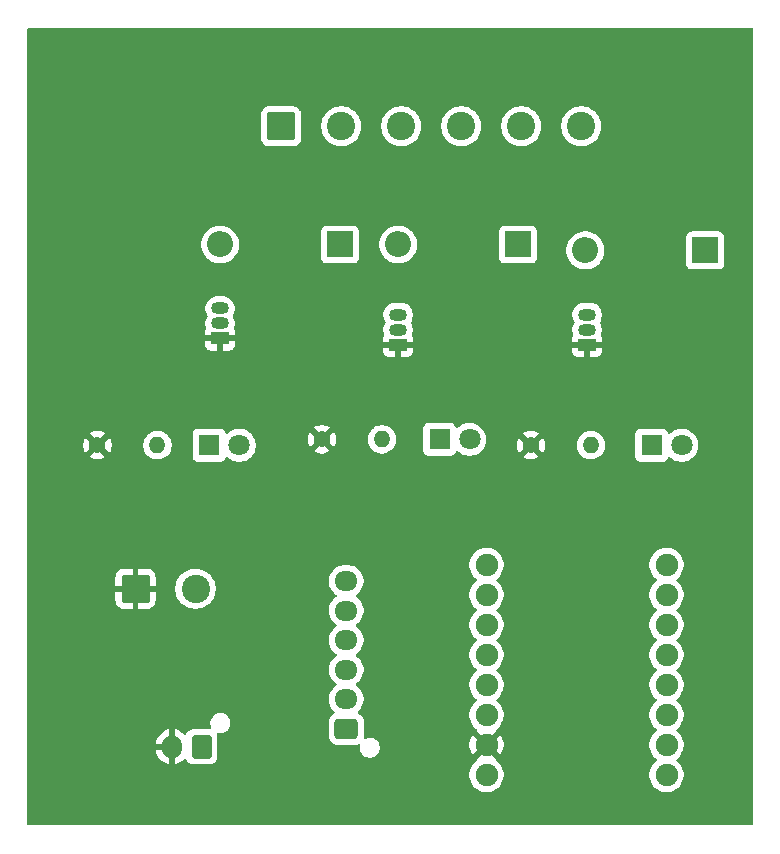
<source format=gbr>
%TF.GenerationSoftware,KiCad,Pcbnew,9.0.1-9.0.1-0~ubuntu24.04.1*%
%TF.CreationDate,2025-04-02T18:15:35+02:00*%
%TF.ProjectId,starter,73746172-7465-4722-9e6b-696361645f70,rev?*%
%TF.SameCoordinates,Original*%
%TF.FileFunction,Copper,L2,Bot*%
%TF.FilePolarity,Positive*%
%FSLAX46Y46*%
G04 Gerber Fmt 4.6, Leading zero omitted, Abs format (unit mm)*
G04 Created by KiCad (PCBNEW 9.0.1-9.0.1-0~ubuntu24.04.1) date 2025-04-02 18:15:35*
%MOMM*%
%LPD*%
G01*
G04 APERTURE LIST*
G04 Aperture macros list*
%AMRoundRect*
0 Rectangle with rounded corners*
0 $1 Rounding radius*
0 $2 $3 $4 $5 $6 $7 $8 $9 X,Y pos of 4 corners*
0 Add a 4 corners polygon primitive as box body*
4,1,4,$2,$3,$4,$5,$6,$7,$8,$9,$2,$3,0*
0 Add four circle primitives for the rounded corners*
1,1,$1+$1,$2,$3*
1,1,$1+$1,$4,$5*
1,1,$1+$1,$6,$7*
1,1,$1+$1,$8,$9*
0 Add four rect primitives between the rounded corners*
20,1,$1+$1,$2,$3,$4,$5,0*
20,1,$1+$1,$4,$5,$6,$7,0*
20,1,$1+$1,$6,$7,$8,$9,0*
20,1,$1+$1,$8,$9,$2,$3,0*%
G04 Aperture macros list end*
%TA.AperFunction,ComponentPad*%
%ADD10R,1.500000X1.050000*%
%TD*%
%TA.AperFunction,ComponentPad*%
%ADD11O,1.500000X1.050000*%
%TD*%
%TA.AperFunction,ComponentPad*%
%ADD12O,1.950000X1.700000*%
%TD*%
%TA.AperFunction,ComponentPad*%
%ADD13RoundRect,0.250000X0.725000X-0.600000X0.725000X0.600000X-0.725000X0.600000X-0.725000X-0.600000X0*%
%TD*%
%TA.AperFunction,ComponentPad*%
%ADD14R,1.800000X1.800000*%
%TD*%
%TA.AperFunction,ComponentPad*%
%ADD15C,1.800000*%
%TD*%
%TA.AperFunction,ComponentPad*%
%ADD16C,1.905000*%
%TD*%
%TA.AperFunction,ComponentPad*%
%ADD17RoundRect,0.250000X0.600000X0.750000X-0.600000X0.750000X-0.600000X-0.750000X0.600000X-0.750000X0*%
%TD*%
%TA.AperFunction,ComponentPad*%
%ADD18O,1.700000X2.000000*%
%TD*%
%TA.AperFunction,ComponentPad*%
%ADD19C,1.400000*%
%TD*%
%TA.AperFunction,ComponentPad*%
%ADD20O,1.400000X1.400000*%
%TD*%
%TA.AperFunction,ComponentPad*%
%ADD21R,2.200000X2.200000*%
%TD*%
%TA.AperFunction,ComponentPad*%
%ADD22O,2.200000X2.200000*%
%TD*%
%TA.AperFunction,ComponentPad*%
%ADD23RoundRect,0.250001X-0.949999X-0.949999X0.949999X-0.949999X0.949999X0.949999X-0.949999X0.949999X0*%
%TD*%
%TA.AperFunction,ComponentPad*%
%ADD24C,2.400000*%
%TD*%
G04 APERTURE END LIST*
D10*
%TO.P,Q4,1,S*%
%TO.N,GND*%
X96360000Y-75270000D03*
D11*
%TO.P,Q4,2,G*%
%TO.N,Net-(D1-A)*%
X96360000Y-74000000D03*
%TO.P,Q4,3,D*%
%TO.N,Net-(D2-A)*%
X96360000Y-72730000D03*
%TD*%
D12*
%TO.P,J1,6,Pin_6*%
%TO.N,+3.3V*%
X107040000Y-95816250D03*
%TO.P,J1,5,Pin_5*%
%TO.N,unconnected-(J1-Pin_5-Pad5)*%
X107040000Y-98316250D03*
%TO.P,J1,4,Pin_4*%
%TO.N,Net-(J1-Pin_4)*%
X107040000Y-100816250D03*
%TO.P,J1,3,Pin_3*%
%TO.N,Net-(J1-Pin_3)*%
X107040000Y-103316250D03*
%TO.P,J1,2,Pin_2*%
%TO.N,Net-(J1-Pin_2)*%
X107040000Y-105816250D03*
D13*
%TO.P,J1,1,Pin_1*%
%TO.N,Net-(J1-Pin_1)*%
X107040000Y-108316250D03*
%TD*%
D14*
%TO.P,D1,1,K*%
%TO.N,Net-(D1-K)*%
X95440000Y-84316250D03*
D15*
%TO.P,D1,2,A*%
%TO.N,Net-(D1-A)*%
X97980000Y-84316250D03*
%TD*%
D16*
%TO.P,U1,0,GPIO0*%
%TO.N,Net-(J1-Pin_4)*%
X118920000Y-94436250D03*
%TO.P,U1,1,GPIO1*%
%TO.N,Net-(J1-Pin_3)*%
X118920000Y-96976250D03*
%TO.P,U1,2,GPIO2*%
%TO.N,unconnected-(U1-GPIO2-Pad2)*%
X118920000Y-99516250D03*
%TO.P,U1,3,GPIO3*%
%TO.N,Net-(J1-Pin_2)*%
X118920000Y-102056250D03*
%TO.P,U1,3.3,3V3*%
%TO.N,+3.3V*%
X118920000Y-107136250D03*
%TO.P,U1,4,GPIO4*%
%TO.N,Net-(J1-Pin_1)*%
X118920000Y-104596250D03*
%TO.P,U1,5,GPIO5*%
%TO.N,unconnected-(U1-GPIO5-Pad5)*%
X134160000Y-112216250D03*
%TO.P,U1,5V,5V*%
%TO.N,+5V*%
X118920000Y-112216250D03*
%TO.P,U1,6,GPIO6*%
%TO.N,unconnected-(U1-GPIO6-Pad6)*%
X134160000Y-109676250D03*
%TO.P,U1,7,GPIO7*%
%TO.N,Net-(D6-A)*%
X134160000Y-107136250D03*
%TO.P,U1,8,GPIO8*%
%TO.N,unconnected-(U1-GPIO8-Pad8)*%
X134160000Y-104596250D03*
%TO.P,U1,9,GPIO9*%
%TO.N,unconnected-(U1-GPIO9-Pad9)*%
X134160000Y-102056250D03*
%TO.P,U1,10,GPIO10*%
%TO.N,Net-(D5-A)*%
X134160000Y-99516250D03*
%TO.P,U1,20,GPIO20*%
%TO.N,Net-(D1-A)*%
X134160000Y-96976250D03*
%TO.P,U1,21,GPIO21*%
%TO.N,unconnected-(U1-GPIO21-Pad21)*%
X134160000Y-94436250D03*
%TO.P,U1,G,GND*%
%TO.N,GND*%
X118920000Y-109676250D03*
%TD*%
D14*
%TO.P,D5,1,K*%
%TO.N,Net-(D5-K)*%
X114940000Y-83816250D03*
D15*
%TO.P,D5,2,A*%
%TO.N,Net-(D5-A)*%
X117480000Y-83816250D03*
%TD*%
D17*
%TO.P,J4,1,Pin_1*%
%TO.N,+5V*%
X94790000Y-109841250D03*
D18*
%TO.P,J4,2,Pin_2*%
%TO.N,GND*%
X92290000Y-109841250D03*
%TD*%
D19*
%TO.P,R1,1*%
%TO.N,GND*%
X85980000Y-84316250D03*
D20*
%TO.P,R1,2*%
%TO.N,Net-(D1-K)*%
X91060000Y-84316250D03*
%TD*%
D21*
%TO.P,D3,1,K*%
%TO.N,+12V*%
X121600000Y-67316250D03*
D22*
%TO.P,D3,2,A*%
%TO.N,Net-(D3-A)*%
X111440000Y-67316250D03*
%TD*%
D23*
%TO.P,J2,1,Pin_1*%
%TO.N,Net-(D2-A)*%
X101540000Y-57316250D03*
D24*
%TO.P,J2,2,Pin_2*%
%TO.N,+12V*%
X106620000Y-57316250D03*
%TO.P,J2,3,Pin_3*%
%TO.N,Net-(D3-A)*%
X111700000Y-57316250D03*
%TO.P,J2,4,Pin_4*%
%TO.N,+12V*%
X116780000Y-57316250D03*
%TO.P,J2,5,Pin_5*%
%TO.N,Net-(D4-A)*%
X121860000Y-57316250D03*
%TO.P,J2,6,Pin_6*%
%TO.N,+12V*%
X126940000Y-57316250D03*
%TD*%
D10*
%TO.P,Q3,1,S*%
%TO.N,GND*%
X127440000Y-75816250D03*
D11*
%TO.P,Q3,2,G*%
%TO.N,Net-(D6-A)*%
X127440000Y-74546250D03*
%TO.P,Q3,3,D*%
%TO.N,Net-(D4-A)*%
X127440000Y-73276250D03*
%TD*%
D21*
%TO.P,D4,1,K*%
%TO.N,+12V*%
X137440000Y-67816250D03*
D22*
%TO.P,D4,2,A*%
%TO.N,Net-(D4-A)*%
X127280000Y-67816250D03*
%TD*%
D19*
%TO.P,R3,1*%
%TO.N,GND*%
X122675000Y-84316250D03*
D20*
%TO.P,R3,2*%
%TO.N,Net-(D6-K)*%
X127755000Y-84316250D03*
%TD*%
D23*
%TO.P,J3,1,Pin_1*%
%TO.N,GND*%
X89200000Y-96458750D03*
D24*
%TO.P,J3,2,Pin_2*%
%TO.N,+12V*%
X94280000Y-96458750D03*
%TD*%
D21*
%TO.P,D2,1,K*%
%TO.N,+12V*%
X106520000Y-67316250D03*
D22*
%TO.P,D2,2,A*%
%TO.N,Net-(D2-A)*%
X96360000Y-67316250D03*
%TD*%
D14*
%TO.P,D6,1,K*%
%TO.N,Net-(D6-K)*%
X132900000Y-84316250D03*
D15*
%TO.P,D6,2,A*%
%TO.N,Net-(D6-A)*%
X135440000Y-84316250D03*
%TD*%
D10*
%TO.P,Q2,1,S*%
%TO.N,GND*%
X111440000Y-75816250D03*
D11*
%TO.P,Q2,2,G*%
%TO.N,Net-(D5-A)*%
X111440000Y-74546250D03*
%TO.P,Q2,3,D*%
%TO.N,Net-(D3-A)*%
X111440000Y-73276250D03*
%TD*%
D19*
%TO.P,R2,1*%
%TO.N,GND*%
X104980000Y-83816250D03*
D20*
%TO.P,R2,2*%
%TO.N,Net-(D5-K)*%
X110060000Y-83816250D03*
%TD*%
%TA.AperFunction,Conductor*%
%TO.N,GND*%
G36*
X141442539Y-49020185D02*
G01*
X141488294Y-49072989D01*
X141499500Y-49124500D01*
X141499500Y-116375500D01*
X141479815Y-116442539D01*
X141427011Y-116488294D01*
X141375500Y-116499500D01*
X80124500Y-116499500D01*
X80057461Y-116479815D01*
X80011706Y-116427011D01*
X80000500Y-116375500D01*
X80000500Y-109585003D01*
X90940000Y-109585003D01*
X90940000Y-109591250D01*
X91856988Y-109591250D01*
X91824075Y-109648257D01*
X91790000Y-109775424D01*
X91790000Y-109907076D01*
X91824075Y-110034243D01*
X91856988Y-110091250D01*
X90940000Y-110091250D01*
X90940000Y-110097496D01*
X90973242Y-110307377D01*
X90973242Y-110307380D01*
X91038904Y-110509467D01*
X91135379Y-110698807D01*
X91260272Y-110870709D01*
X91260276Y-110870714D01*
X91410535Y-111020973D01*
X91410540Y-111020977D01*
X91582442Y-111145870D01*
X91771782Y-111242345D01*
X91973871Y-111308007D01*
X92040000Y-111318481D01*
X92040000Y-110274262D01*
X92097007Y-110307175D01*
X92224174Y-110341250D01*
X92355826Y-110341250D01*
X92482993Y-110307175D01*
X92540000Y-110274262D01*
X92540000Y-111318480D01*
X92606126Y-111308007D01*
X92606129Y-111308007D01*
X92808217Y-111242345D01*
X92997557Y-111145870D01*
X93169458Y-111020978D01*
X93308330Y-110882106D01*
X93369653Y-110848621D01*
X93439345Y-110853605D01*
X93495279Y-110895476D01*
X93501551Y-110904690D01*
X93505185Y-110910581D01*
X93505186Y-110910584D01*
X93597288Y-111059906D01*
X93721344Y-111183962D01*
X93870666Y-111276064D01*
X94037203Y-111331249D01*
X94139991Y-111341750D01*
X95440008Y-111341749D01*
X95542797Y-111331249D01*
X95709334Y-111276064D01*
X95858656Y-111183962D01*
X95982712Y-111059906D01*
X96074814Y-110910584D01*
X96129999Y-110744047D01*
X96140500Y-110641259D01*
X96140499Y-109041242D01*
X96129999Y-108938453D01*
X96097037Y-108838983D01*
X96094636Y-108769157D01*
X96130367Y-108709115D01*
X96192888Y-108677922D01*
X96238935Y-108678364D01*
X96278270Y-108686187D01*
X96306230Y-108691749D01*
X96306232Y-108691750D01*
X96306233Y-108691750D01*
X96473768Y-108691750D01*
X96473769Y-108691749D01*
X96638082Y-108659066D01*
X96792863Y-108594953D01*
X96932162Y-108501876D01*
X97050626Y-108383412D01*
X97143703Y-108244113D01*
X97207816Y-108089332D01*
X97240500Y-107925017D01*
X97240500Y-107757483D01*
X97207816Y-107593168D01*
X97143703Y-107438387D01*
X97112537Y-107391744D01*
X97050626Y-107299087D01*
X96932162Y-107180623D01*
X96792860Y-107087545D01*
X96638082Y-107023434D01*
X96638074Y-107023432D01*
X96473771Y-106990750D01*
X96473767Y-106990750D01*
X96306233Y-106990750D01*
X96306228Y-106990750D01*
X96141925Y-107023432D01*
X96141917Y-107023434D01*
X95987139Y-107087545D01*
X95847837Y-107180623D01*
X95729373Y-107299087D01*
X95636295Y-107438389D01*
X95572184Y-107593167D01*
X95572182Y-107593175D01*
X95539500Y-107757478D01*
X95539500Y-107925021D01*
X95572182Y-108089324D01*
X95572185Y-108089336D01*
X95607269Y-108174036D01*
X95614738Y-108243505D01*
X95583463Y-108305984D01*
X95523374Y-108341636D01*
X95480106Y-108344846D01*
X95440011Y-108340750D01*
X94139998Y-108340750D01*
X94139981Y-108340751D01*
X94037203Y-108351250D01*
X94037200Y-108351251D01*
X93870668Y-108406435D01*
X93870663Y-108406437D01*
X93721342Y-108498539D01*
X93597289Y-108622592D01*
X93501551Y-108777809D01*
X93449603Y-108824533D01*
X93380640Y-108835756D01*
X93316558Y-108807912D01*
X93308331Y-108800393D01*
X93169464Y-108661526D01*
X93169459Y-108661522D01*
X92997557Y-108536629D01*
X92808215Y-108440153D01*
X92606124Y-108374491D01*
X92540000Y-108364018D01*
X92540000Y-109408238D01*
X92482993Y-109375325D01*
X92355826Y-109341250D01*
X92224174Y-109341250D01*
X92097007Y-109375325D01*
X92040000Y-109408238D01*
X92040000Y-108364018D01*
X92039999Y-108364018D01*
X91973875Y-108374491D01*
X91771784Y-108440153D01*
X91582442Y-108536629D01*
X91410540Y-108661522D01*
X91410535Y-108661526D01*
X91260276Y-108811785D01*
X91260272Y-108811790D01*
X91135379Y-108983692D01*
X91038904Y-109173032D01*
X90973242Y-109375119D01*
X90973242Y-109375122D01*
X90940000Y-109585003D01*
X80000500Y-109585003D01*
X80000500Y-95458764D01*
X87500000Y-95458764D01*
X87500000Y-96208750D01*
X88437639Y-96208750D01*
X88430743Y-96225399D01*
X88400000Y-96379957D01*
X88400000Y-96537543D01*
X88430743Y-96692101D01*
X88437639Y-96708750D01*
X87500000Y-96708750D01*
X87500000Y-97458735D01*
X87510493Y-97561439D01*
X87510494Y-97561446D01*
X87565641Y-97727868D01*
X87565643Y-97727873D01*
X87657684Y-97877094D01*
X87781655Y-98001065D01*
X87930876Y-98093106D01*
X87930881Y-98093108D01*
X88097303Y-98148255D01*
X88097310Y-98148256D01*
X88200014Y-98158749D01*
X88200027Y-98158750D01*
X88950000Y-98158750D01*
X88950000Y-97221110D01*
X88966649Y-97228007D01*
X89121207Y-97258750D01*
X89278793Y-97258750D01*
X89433351Y-97228007D01*
X89450000Y-97221110D01*
X89450000Y-98158750D01*
X90199973Y-98158750D01*
X90199985Y-98158749D01*
X90302689Y-98148256D01*
X90302696Y-98148255D01*
X90469118Y-98093108D01*
X90469123Y-98093106D01*
X90618344Y-98001065D01*
X90742315Y-97877094D01*
X90834356Y-97727873D01*
X90834358Y-97727868D01*
X90889505Y-97561446D01*
X90889506Y-97561439D01*
X90899999Y-97458735D01*
X90900000Y-97458722D01*
X90900000Y-96708750D01*
X89962361Y-96708750D01*
X89969257Y-96692101D01*
X90000000Y-96537543D01*
X90000000Y-96379957D01*
X89993504Y-96347299D01*
X92579500Y-96347299D01*
X92579500Y-96570200D01*
X92579501Y-96570216D01*
X92608594Y-96791202D01*
X92608595Y-96791207D01*
X92608596Y-96791213D01*
X92655412Y-96965932D01*
X92666290Y-97006530D01*
X92666293Y-97006540D01*
X92751593Y-97212472D01*
X92751595Y-97212476D01*
X92863052Y-97405524D01*
X92863057Y-97405530D01*
X92863058Y-97405532D01*
X92998751Y-97582372D01*
X92998757Y-97582379D01*
X93156370Y-97739992D01*
X93156376Y-97739997D01*
X93333226Y-97875698D01*
X93526274Y-97987155D01*
X93732219Y-98072460D01*
X93947537Y-98130154D01*
X94168543Y-98159250D01*
X94168550Y-98159250D01*
X94391450Y-98159250D01*
X94391457Y-98159250D01*
X94612463Y-98130154D01*
X94827781Y-98072460D01*
X95033726Y-97987155D01*
X95226774Y-97875698D01*
X95403624Y-97739997D01*
X95561247Y-97582374D01*
X95696948Y-97405524D01*
X95808405Y-97212476D01*
X95893710Y-97006531D01*
X95951404Y-96791213D01*
X95980500Y-96570207D01*
X95980500Y-96347293D01*
X95951404Y-96126287D01*
X95893710Y-95910969D01*
X95893705Y-95910959D01*
X95893704Y-95910953D01*
X95828089Y-95752543D01*
X95810451Y-95709963D01*
X105564500Y-95709963D01*
X105564500Y-95922536D01*
X105596772Y-96126297D01*
X105597754Y-96132493D01*
X105624468Y-96214711D01*
X105663444Y-96334664D01*
X105759951Y-96524070D01*
X105884890Y-96696036D01*
X106035209Y-96846355D01*
X106035214Y-96846359D01*
X106199793Y-96965932D01*
X106242459Y-97021261D01*
X106248438Y-97090875D01*
X106215833Y-97152670D01*
X106199793Y-97166568D01*
X106035214Y-97286140D01*
X106035209Y-97286144D01*
X105884890Y-97436463D01*
X105759951Y-97608429D01*
X105663444Y-97797835D01*
X105597753Y-98000010D01*
X105564500Y-98209963D01*
X105564500Y-98422536D01*
X105587805Y-98569682D01*
X105597754Y-98632493D01*
X105637465Y-98754711D01*
X105663444Y-98834664D01*
X105759951Y-99024070D01*
X105884890Y-99196036D01*
X106035209Y-99346355D01*
X106035214Y-99346359D01*
X106199793Y-99465932D01*
X106242459Y-99521261D01*
X106248438Y-99590875D01*
X106215833Y-99652670D01*
X106199793Y-99666568D01*
X106035214Y-99786140D01*
X106035209Y-99786144D01*
X105884890Y-99936463D01*
X105759951Y-100108429D01*
X105663444Y-100297835D01*
X105597753Y-100500010D01*
X105578031Y-100624533D01*
X105564500Y-100709963D01*
X105564500Y-100922537D01*
X105597754Y-101132493D01*
X105650462Y-101294712D01*
X105663444Y-101334664D01*
X105759951Y-101524070D01*
X105884890Y-101696036D01*
X106035209Y-101846355D01*
X106035214Y-101846359D01*
X106199793Y-101965932D01*
X106242459Y-102021261D01*
X106248438Y-102090875D01*
X106215833Y-102152670D01*
X106199793Y-102166568D01*
X106035214Y-102286140D01*
X106035209Y-102286144D01*
X105884890Y-102436463D01*
X105759951Y-102608429D01*
X105663444Y-102797835D01*
X105597753Y-103000010D01*
X105571695Y-103164533D01*
X105564500Y-103209963D01*
X105564500Y-103422537D01*
X105574534Y-103485894D01*
X105597753Y-103632489D01*
X105663444Y-103834664D01*
X105759951Y-104024070D01*
X105884890Y-104196036D01*
X106035209Y-104346355D01*
X106035214Y-104346359D01*
X106199793Y-104465932D01*
X106242459Y-104521261D01*
X106248438Y-104590875D01*
X106215833Y-104652670D01*
X106199793Y-104666568D01*
X106035214Y-104786140D01*
X106035209Y-104786144D01*
X105884890Y-104936463D01*
X105759951Y-105108429D01*
X105663444Y-105297835D01*
X105597753Y-105500010D01*
X105564500Y-105709963D01*
X105564500Y-105922536D01*
X105597753Y-106132489D01*
X105663444Y-106334664D01*
X105759951Y-106524070D01*
X105884890Y-106696036D01*
X106023705Y-106834851D01*
X106057190Y-106896174D01*
X106052206Y-106965866D01*
X106010334Y-107021799D01*
X106001121Y-107028071D01*
X105846342Y-107123539D01*
X105722289Y-107247592D01*
X105630187Y-107396913D01*
X105630186Y-107396916D01*
X105575001Y-107563453D01*
X105575001Y-107563454D01*
X105575000Y-107563454D01*
X105564500Y-107666233D01*
X105564500Y-108966251D01*
X105564501Y-108966268D01*
X105575000Y-109069046D01*
X105575001Y-109069049D01*
X105584739Y-109098435D01*
X105630186Y-109235584D01*
X105722288Y-109384906D01*
X105846344Y-109508962D01*
X105995666Y-109601064D01*
X106162203Y-109656249D01*
X106264991Y-109666750D01*
X107815008Y-109666749D01*
X107917797Y-109656249D01*
X108044031Y-109614418D01*
X108113855Y-109612017D01*
X108173897Y-109647748D01*
X108205091Y-109710268D01*
X108204650Y-109756315D01*
X108189500Y-109832484D01*
X108189500Y-110000021D01*
X108222182Y-110164324D01*
X108222184Y-110164332D01*
X108286295Y-110319110D01*
X108379373Y-110458412D01*
X108497837Y-110576876D01*
X108566592Y-110622816D01*
X108637137Y-110669953D01*
X108791918Y-110734066D01*
X108938637Y-110763250D01*
X108956228Y-110766749D01*
X108956232Y-110766750D01*
X108956233Y-110766750D01*
X109123768Y-110766750D01*
X109123769Y-110766749D01*
X109288082Y-110734066D01*
X109442863Y-110669953D01*
X109582162Y-110576876D01*
X109700626Y-110458412D01*
X109793703Y-110319113D01*
X109857816Y-110164332D01*
X109890500Y-110000017D01*
X109890500Y-109832483D01*
X109857816Y-109668168D01*
X109849358Y-109647748D01*
X109831451Y-109604516D01*
X109793704Y-109513389D01*
X109700626Y-109374087D01*
X109582162Y-109255623D01*
X109442860Y-109162545D01*
X109288082Y-109098434D01*
X109288074Y-109098432D01*
X109123771Y-109065750D01*
X109123767Y-109065750D01*
X108956233Y-109065750D01*
X108956228Y-109065750D01*
X108791925Y-109098432D01*
X108791913Y-109098435D01*
X108681109Y-109144332D01*
X108611640Y-109151801D01*
X108549161Y-109120526D01*
X108513509Y-109060437D01*
X108510299Y-109017168D01*
X108515499Y-108966266D01*
X108515500Y-108966259D01*
X108515499Y-107666242D01*
X108504999Y-107563453D01*
X108449814Y-107396916D01*
X108357712Y-107247594D01*
X108233656Y-107123538D01*
X108084334Y-107031436D01*
X108084333Y-107031435D01*
X108078878Y-107028071D01*
X108032154Y-106976123D01*
X108020931Y-106907160D01*
X108048775Y-106843078D01*
X108056272Y-106834873D01*
X108195104Y-106696042D01*
X108320051Y-106524066D01*
X108416557Y-106334662D01*
X108482246Y-106132493D01*
X108515500Y-105922537D01*
X108515500Y-105709963D01*
X108482246Y-105500007D01*
X108416557Y-105297838D01*
X108320051Y-105108434D01*
X108320049Y-105108431D01*
X108320048Y-105108429D01*
X108195109Y-104936463D01*
X108044792Y-104786146D01*
X108044784Y-104786140D01*
X107880204Y-104666566D01*
X107837540Y-104611239D01*
X107831561Y-104541626D01*
X107864166Y-104479830D01*
X107880199Y-104465936D01*
X108044792Y-104346354D01*
X108195104Y-104196042D01*
X108195106Y-104196038D01*
X108195109Y-104196036D01*
X108304086Y-104046039D01*
X108320051Y-104024066D01*
X108416557Y-103834662D01*
X108482246Y-103632493D01*
X108515500Y-103422537D01*
X108515500Y-103209963D01*
X108482246Y-103000007D01*
X108416557Y-102797838D01*
X108320051Y-102608434D01*
X108320049Y-102608431D01*
X108320048Y-102608429D01*
X108195109Y-102436463D01*
X108044792Y-102286146D01*
X108044784Y-102286140D01*
X107880204Y-102166566D01*
X107837540Y-102111239D01*
X107831561Y-102041626D01*
X107864166Y-101979830D01*
X107880199Y-101965936D01*
X108044792Y-101846354D01*
X108195104Y-101696042D01*
X108195106Y-101696038D01*
X108195109Y-101696036D01*
X108320048Y-101524070D01*
X108320047Y-101524070D01*
X108320051Y-101524066D01*
X108416557Y-101334662D01*
X108482246Y-101132493D01*
X108515500Y-100922537D01*
X108515500Y-100709963D01*
X108482246Y-100500007D01*
X108416557Y-100297838D01*
X108320051Y-100108434D01*
X108320049Y-100108431D01*
X108320048Y-100108429D01*
X108195109Y-99936463D01*
X108044792Y-99786146D01*
X108044784Y-99786140D01*
X107880204Y-99666566D01*
X107837540Y-99611239D01*
X107831561Y-99541626D01*
X107864166Y-99479830D01*
X107880199Y-99465936D01*
X108044792Y-99346354D01*
X108195104Y-99196042D01*
X108195106Y-99196038D01*
X108195109Y-99196036D01*
X108320048Y-99024070D01*
X108320047Y-99024070D01*
X108320051Y-99024066D01*
X108416557Y-98834662D01*
X108482246Y-98632493D01*
X108515500Y-98422537D01*
X108515500Y-98209963D01*
X108482246Y-98000007D01*
X108416557Y-97797838D01*
X108320051Y-97608434D01*
X108320049Y-97608431D01*
X108320048Y-97608429D01*
X108195109Y-97436463D01*
X108044792Y-97286146D01*
X108007084Y-97258750D01*
X107880204Y-97166566D01*
X107837540Y-97111239D01*
X107831561Y-97041626D01*
X107864166Y-96979830D01*
X107880199Y-96965936D01*
X108044792Y-96846354D01*
X108195104Y-96696042D01*
X108195106Y-96696038D01*
X108195109Y-96696036D01*
X108320048Y-96524070D01*
X108320047Y-96524070D01*
X108320051Y-96524066D01*
X108416557Y-96334662D01*
X108482246Y-96132493D01*
X108515500Y-95922537D01*
X108515500Y-95709963D01*
X108482246Y-95500007D01*
X108416557Y-95297838D01*
X108320051Y-95108434D01*
X108320049Y-95108431D01*
X108320048Y-95108429D01*
X108195109Y-94936463D01*
X108044786Y-94786140D01*
X107872820Y-94661201D01*
X107683414Y-94564694D01*
X107683413Y-94564693D01*
X107683412Y-94564693D01*
X107481243Y-94499004D01*
X107481241Y-94499003D01*
X107481240Y-94499003D01*
X107319957Y-94473458D01*
X107271287Y-94465750D01*
X106808713Y-94465750D01*
X106760042Y-94473458D01*
X106598760Y-94499003D01*
X106396585Y-94564694D01*
X106207179Y-94661201D01*
X106035213Y-94786140D01*
X105884890Y-94936463D01*
X105759951Y-95108429D01*
X105663444Y-95297835D01*
X105597753Y-95500010D01*
X105564500Y-95709963D01*
X95810451Y-95709963D01*
X95808407Y-95705028D01*
X95808404Y-95705023D01*
X95794895Y-95681625D01*
X95696948Y-95511976D01*
X95597842Y-95382818D01*
X95561248Y-95335127D01*
X95561242Y-95335120D01*
X95403629Y-95177507D01*
X95403622Y-95177501D01*
X95226782Y-95041808D01*
X95226780Y-95041807D01*
X95226774Y-95041802D01*
X95033726Y-94930345D01*
X95033722Y-94930343D01*
X94827790Y-94845043D01*
X94827783Y-94845041D01*
X94827781Y-94845040D01*
X94612463Y-94787346D01*
X94612457Y-94787345D01*
X94612452Y-94787344D01*
X94391466Y-94758251D01*
X94391463Y-94758250D01*
X94391457Y-94758250D01*
X94168543Y-94758250D01*
X94168537Y-94758250D01*
X94168533Y-94758251D01*
X93947547Y-94787344D01*
X93947540Y-94787345D01*
X93947537Y-94787346D01*
X93809275Y-94824393D01*
X93732219Y-94845040D01*
X93732209Y-94845043D01*
X93526277Y-94930343D01*
X93526273Y-94930345D01*
X93333226Y-95041802D01*
X93333217Y-95041808D01*
X93156377Y-95177501D01*
X93156370Y-95177507D01*
X92998757Y-95335120D01*
X92998751Y-95335127D01*
X92863058Y-95511967D01*
X92863052Y-95511976D01*
X92751595Y-95705023D01*
X92751593Y-95705027D01*
X92666293Y-95910959D01*
X92666290Y-95910969D01*
X92608597Y-96126284D01*
X92608594Y-96126297D01*
X92579501Y-96347283D01*
X92579500Y-96347299D01*
X89993504Y-96347299D01*
X89969257Y-96225399D01*
X89962361Y-96208750D01*
X90900000Y-96208750D01*
X90900000Y-95458777D01*
X90899999Y-95458764D01*
X90889506Y-95356060D01*
X90889505Y-95356053D01*
X90834358Y-95189631D01*
X90834356Y-95189626D01*
X90742315Y-95040405D01*
X90618344Y-94916434D01*
X90469123Y-94824393D01*
X90469118Y-94824391D01*
X90302696Y-94769244D01*
X90302689Y-94769243D01*
X90199985Y-94758750D01*
X89450000Y-94758750D01*
X89450000Y-95696389D01*
X89433351Y-95689493D01*
X89278793Y-95658750D01*
X89121207Y-95658750D01*
X88966649Y-95689493D01*
X88950000Y-95696389D01*
X88950000Y-94758750D01*
X88200014Y-94758750D01*
X88097310Y-94769243D01*
X88097303Y-94769244D01*
X87930881Y-94824391D01*
X87930876Y-94824393D01*
X87781655Y-94916434D01*
X87657684Y-95040405D01*
X87565643Y-95189626D01*
X87565641Y-95189631D01*
X87510494Y-95356053D01*
X87510493Y-95356060D01*
X87500000Y-95458764D01*
X80000500Y-95458764D01*
X80000500Y-94321896D01*
X117467000Y-94321896D01*
X117467000Y-94550603D01*
X117502778Y-94776496D01*
X117502778Y-94776499D01*
X117573450Y-94994005D01*
X117573452Y-94994008D01*
X117677283Y-95197788D01*
X117811714Y-95382816D01*
X117973434Y-95544536D01*
X118042923Y-95595023D01*
X118057938Y-95605932D01*
X118100603Y-95661263D01*
X118106582Y-95730876D01*
X118073976Y-95792671D01*
X118057938Y-95806568D01*
X117973432Y-95867965D01*
X117811716Y-96029681D01*
X117811716Y-96029682D01*
X117811714Y-96029684D01*
X117775297Y-96079808D01*
X117677283Y-96214711D01*
X117573450Y-96418494D01*
X117502778Y-96636000D01*
X117502778Y-96636003D01*
X117467000Y-96861896D01*
X117467000Y-97090603D01*
X117502778Y-97316496D01*
X117502778Y-97316499D01*
X117573450Y-97534005D01*
X117672231Y-97727873D01*
X117677283Y-97737788D01*
X117811714Y-97922816D01*
X117973434Y-98084536D01*
X118036219Y-98130152D01*
X118057938Y-98145932D01*
X118100603Y-98201263D01*
X118106582Y-98270876D01*
X118073976Y-98332671D01*
X118057938Y-98346568D01*
X117973432Y-98407965D01*
X117811716Y-98569681D01*
X117811716Y-98569682D01*
X117811714Y-98569684D01*
X117753980Y-98649146D01*
X117677283Y-98754711D01*
X117573450Y-98958494D01*
X117502778Y-99176000D01*
X117502778Y-99176003D01*
X117467000Y-99401896D01*
X117467000Y-99630603D01*
X117502778Y-99856496D01*
X117502778Y-99856499D01*
X117573450Y-100074005D01*
X117573452Y-100074008D01*
X117677283Y-100277788D01*
X117811714Y-100462816D01*
X117973434Y-100624536D01*
X118042923Y-100675023D01*
X118057938Y-100685932D01*
X118100603Y-100741263D01*
X118106582Y-100810876D01*
X118073976Y-100872671D01*
X118057938Y-100886568D01*
X117973432Y-100947965D01*
X117811716Y-101109681D01*
X117811716Y-101109682D01*
X117811714Y-101109684D01*
X117753980Y-101189146D01*
X117677283Y-101294711D01*
X117573450Y-101498494D01*
X117502778Y-101716000D01*
X117502778Y-101716003D01*
X117467000Y-101941896D01*
X117467000Y-102170603D01*
X117502778Y-102396496D01*
X117502778Y-102396499D01*
X117573450Y-102614005D01*
X117573452Y-102614008D01*
X117677283Y-102817788D01*
X117811714Y-103002816D01*
X117973434Y-103164536D01*
X118035959Y-103209963D01*
X118057938Y-103225932D01*
X118100603Y-103281263D01*
X118106582Y-103350876D01*
X118073976Y-103412671D01*
X118057938Y-103426568D01*
X117973432Y-103487965D01*
X117811716Y-103649681D01*
X117811716Y-103649682D01*
X117811714Y-103649684D01*
X117753980Y-103729146D01*
X117677283Y-103834711D01*
X117573450Y-104038494D01*
X117502778Y-104256000D01*
X117502778Y-104256003D01*
X117502778Y-104256005D01*
X117467000Y-104481896D01*
X117467000Y-104710604D01*
X117478965Y-104786146D01*
X117502778Y-104936496D01*
X117502778Y-104936499D01*
X117573450Y-105154005D01*
X117573452Y-105154008D01*
X117677283Y-105357788D01*
X117811714Y-105542816D01*
X117973434Y-105704536D01*
X117980904Y-105709963D01*
X118057938Y-105765932D01*
X118100603Y-105821263D01*
X118106582Y-105890876D01*
X118073976Y-105952671D01*
X118057938Y-105966568D01*
X117973432Y-106027965D01*
X117811716Y-106189681D01*
X117811716Y-106189682D01*
X117811714Y-106189684D01*
X117753980Y-106269146D01*
X117677283Y-106374711D01*
X117573450Y-106578494D01*
X117502778Y-106796000D01*
X117502778Y-106796003D01*
X117467000Y-107021896D01*
X117467000Y-107250603D01*
X117502778Y-107476496D01*
X117502778Y-107476499D01*
X117573450Y-107694005D01*
X117605794Y-107757483D01*
X117677283Y-107897788D01*
X117811714Y-108082816D01*
X117973434Y-108244536D01*
X117973437Y-108244538D01*
X118058362Y-108306240D01*
X118101028Y-108361570D01*
X118107007Y-108431183D01*
X118086242Y-108470535D01*
X118084899Y-108487597D01*
X118683991Y-109086689D01*
X118619215Y-109113521D01*
X118515211Y-109183014D01*
X118426764Y-109271461D01*
X118357271Y-109375465D01*
X118330439Y-109440241D01*
X117731347Y-108841149D01*
X117731346Y-108841150D01*
X117677713Y-108914969D01*
X117573917Y-109118681D01*
X117503265Y-109336124D01*
X117503265Y-109336125D01*
X117467500Y-109561936D01*
X117467500Y-109790563D01*
X117503265Y-110016374D01*
X117503265Y-110016375D01*
X117573917Y-110233818D01*
X117677711Y-110437526D01*
X117731347Y-110511348D01*
X117731347Y-110511349D01*
X118330439Y-109912257D01*
X118357271Y-109977035D01*
X118426764Y-110081039D01*
X118515211Y-110169486D01*
X118619215Y-110238979D01*
X118683991Y-110265810D01*
X118084899Y-110864901D01*
X118086226Y-110881755D01*
X118101029Y-110900952D01*
X118107008Y-110970566D01*
X118074402Y-111032361D01*
X118058364Y-111046257D01*
X117973440Y-111107959D01*
X117973431Y-111107966D01*
X117811716Y-111269681D01*
X117811716Y-111269682D01*
X117811714Y-111269684D01*
X117807079Y-111276064D01*
X117677283Y-111454711D01*
X117573450Y-111658494D01*
X117502778Y-111876000D01*
X117502778Y-111876003D01*
X117467000Y-112101896D01*
X117467000Y-112330603D01*
X117502778Y-112556496D01*
X117502778Y-112556499D01*
X117573450Y-112774005D01*
X117573452Y-112774008D01*
X117677283Y-112977788D01*
X117811714Y-113162816D01*
X117973434Y-113324536D01*
X118158462Y-113458967D01*
X118362242Y-113562798D01*
X118362244Y-113562799D01*
X118579751Y-113633471D01*
X118579752Y-113633471D01*
X118579755Y-113633472D01*
X118805646Y-113669250D01*
X118805647Y-113669250D01*
X119034353Y-113669250D01*
X119034354Y-113669250D01*
X119260245Y-113633472D01*
X119260248Y-113633471D01*
X119260249Y-113633471D01*
X119477755Y-113562799D01*
X119477755Y-113562798D01*
X119477758Y-113562798D01*
X119681538Y-113458967D01*
X119866566Y-113324536D01*
X120028286Y-113162816D01*
X120162717Y-112977788D01*
X120266548Y-112774008D01*
X120337222Y-112556495D01*
X120373000Y-112330604D01*
X120373000Y-112101896D01*
X120337222Y-111876005D01*
X120337221Y-111876001D01*
X120337221Y-111876000D01*
X120266549Y-111658494D01*
X120162716Y-111454711D01*
X120028286Y-111269684D01*
X119866566Y-111107964D01*
X119781634Y-111046257D01*
X119738969Y-110990926D01*
X119732990Y-110921313D01*
X119753756Y-110881955D01*
X119755098Y-110864901D01*
X119156007Y-110265810D01*
X119220785Y-110238979D01*
X119324789Y-110169486D01*
X119413236Y-110081039D01*
X119482729Y-109977035D01*
X119509560Y-109912258D01*
X120108651Y-110511349D01*
X120108651Y-110511348D01*
X120162288Y-110437526D01*
X120266082Y-110233818D01*
X120336734Y-110016375D01*
X120336734Y-110016374D01*
X120372500Y-109790563D01*
X120372500Y-109561936D01*
X120336734Y-109336125D01*
X120336734Y-109336124D01*
X120266082Y-109118681D01*
X120162292Y-108914981D01*
X120162288Y-108914975D01*
X120108651Y-108841150D01*
X120108651Y-108841149D01*
X119509560Y-109440240D01*
X119482729Y-109375465D01*
X119413236Y-109271461D01*
X119324789Y-109183014D01*
X119220785Y-109113521D01*
X119156006Y-109086688D01*
X119755099Y-108487597D01*
X119753772Y-108470743D01*
X119738970Y-108451547D01*
X119732991Y-108381933D01*
X119765597Y-108320138D01*
X119781633Y-108306243D01*
X119866566Y-108244536D01*
X120028286Y-108082816D01*
X120162717Y-107897788D01*
X120266548Y-107694008D01*
X120299313Y-107593167D01*
X120337221Y-107476499D01*
X120337221Y-107476498D01*
X120337222Y-107476495D01*
X120373000Y-107250604D01*
X120373000Y-107021896D01*
X120337222Y-106796005D01*
X120337221Y-106796001D01*
X120337221Y-106796000D01*
X120266549Y-106578494D01*
X120266548Y-106578492D01*
X120162717Y-106374712D01*
X120028286Y-106189684D01*
X119866566Y-106027964D01*
X119782059Y-105966566D01*
X119739396Y-105911238D01*
X119733417Y-105841625D01*
X119766023Y-105779830D01*
X119782056Y-105765935D01*
X119866566Y-105704536D01*
X120028286Y-105542816D01*
X120162717Y-105357788D01*
X120266548Y-105154008D01*
X120281356Y-105108434D01*
X120337221Y-104936499D01*
X120337221Y-104936498D01*
X120337222Y-104936495D01*
X120373000Y-104710604D01*
X120373000Y-104481896D01*
X120337222Y-104256005D01*
X120337221Y-104256001D01*
X120337221Y-104256000D01*
X120266549Y-104038494D01*
X120162716Y-103834711D01*
X120162682Y-103834664D01*
X120028286Y-103649684D01*
X119866566Y-103487964D01*
X119782059Y-103426566D01*
X119739396Y-103371238D01*
X119733417Y-103301625D01*
X119766023Y-103239830D01*
X119782056Y-103225935D01*
X119866566Y-103164536D01*
X120028286Y-103002816D01*
X120162717Y-102817788D01*
X120266548Y-102614008D01*
X120324236Y-102436463D01*
X120337221Y-102396499D01*
X120337221Y-102396498D01*
X120337222Y-102396495D01*
X120373000Y-102170604D01*
X120373000Y-101941896D01*
X120337222Y-101716005D01*
X120337221Y-101716001D01*
X120337221Y-101716000D01*
X120266549Y-101498494D01*
X120266548Y-101498492D01*
X120162717Y-101294712D01*
X120028286Y-101109684D01*
X119866566Y-100947964D01*
X119782059Y-100886566D01*
X119739396Y-100831238D01*
X119733417Y-100761625D01*
X119766023Y-100699830D01*
X119782056Y-100685935D01*
X119866566Y-100624536D01*
X120028286Y-100462816D01*
X120162717Y-100277788D01*
X120266548Y-100074008D01*
X120337222Y-99856495D01*
X120373000Y-99630604D01*
X120373000Y-99401896D01*
X120337222Y-99176005D01*
X120337221Y-99176001D01*
X120337221Y-99176000D01*
X120266549Y-98958494D01*
X120266548Y-98958492D01*
X120162717Y-98754712D01*
X120028286Y-98569684D01*
X119866566Y-98407964D01*
X119782059Y-98346566D01*
X119739396Y-98291238D01*
X119733417Y-98221625D01*
X119766023Y-98159830D01*
X119782056Y-98145935D01*
X119866566Y-98084536D01*
X120028286Y-97922816D01*
X120162717Y-97737788D01*
X120266548Y-97534008D01*
X120337222Y-97316495D01*
X120373000Y-97090604D01*
X120373000Y-96861896D01*
X120337222Y-96636005D01*
X120337221Y-96636001D01*
X120337221Y-96636000D01*
X120266549Y-96418494D01*
X120230265Y-96347283D01*
X120162717Y-96214712D01*
X120028286Y-96029684D01*
X119866566Y-95867964D01*
X119782059Y-95806566D01*
X119739396Y-95751238D01*
X119733417Y-95681625D01*
X119766023Y-95619830D01*
X119782056Y-95605935D01*
X119866566Y-95544536D01*
X120028286Y-95382816D01*
X120162717Y-95197788D01*
X120266548Y-94994008D01*
X120266549Y-94994005D01*
X120337221Y-94776499D01*
X120337221Y-94776498D01*
X120337222Y-94776495D01*
X120373000Y-94550604D01*
X120373000Y-94321896D01*
X132707000Y-94321896D01*
X132707000Y-94550603D01*
X132742778Y-94776496D01*
X132742778Y-94776499D01*
X132813450Y-94994005D01*
X132813452Y-94994008D01*
X132917283Y-95197788D01*
X133051714Y-95382816D01*
X133213434Y-95544536D01*
X133282923Y-95595023D01*
X133297938Y-95605932D01*
X133340603Y-95661263D01*
X133346582Y-95730876D01*
X133313976Y-95792671D01*
X133297938Y-95806568D01*
X133213432Y-95867965D01*
X133051716Y-96029681D01*
X133051716Y-96029682D01*
X133051714Y-96029684D01*
X133015297Y-96079808D01*
X132917283Y-96214711D01*
X132813450Y-96418494D01*
X132742778Y-96636000D01*
X132742778Y-96636003D01*
X132707000Y-96861896D01*
X132707000Y-97090603D01*
X132742778Y-97316496D01*
X132742778Y-97316499D01*
X132813450Y-97534005D01*
X132912231Y-97727873D01*
X132917283Y-97737788D01*
X133051714Y-97922816D01*
X133213434Y-98084536D01*
X133276219Y-98130152D01*
X133297938Y-98145932D01*
X133340603Y-98201263D01*
X133346582Y-98270876D01*
X133313976Y-98332671D01*
X133297938Y-98346568D01*
X133213432Y-98407965D01*
X133051716Y-98569681D01*
X133051716Y-98569682D01*
X133051714Y-98569684D01*
X132993980Y-98649146D01*
X132917283Y-98754711D01*
X132813450Y-98958494D01*
X132742778Y-99176000D01*
X132742778Y-99176003D01*
X132707000Y-99401896D01*
X132707000Y-99630603D01*
X132742778Y-99856496D01*
X132742778Y-99856499D01*
X132813450Y-100074005D01*
X132813452Y-100074008D01*
X132917283Y-100277788D01*
X133051714Y-100462816D01*
X133213434Y-100624536D01*
X133282923Y-100675023D01*
X133297938Y-100685932D01*
X133340603Y-100741263D01*
X133346582Y-100810876D01*
X133313976Y-100872671D01*
X133297938Y-100886568D01*
X133213432Y-100947965D01*
X133051716Y-101109681D01*
X133051716Y-101109682D01*
X133051714Y-101109684D01*
X132993980Y-101189146D01*
X132917283Y-101294711D01*
X132813450Y-101498494D01*
X132742778Y-101716000D01*
X132742778Y-101716003D01*
X132707000Y-101941896D01*
X132707000Y-102170603D01*
X132742778Y-102396496D01*
X132742778Y-102396499D01*
X132813450Y-102614005D01*
X132813452Y-102614008D01*
X132917283Y-102817788D01*
X133051714Y-103002816D01*
X133213434Y-103164536D01*
X133275959Y-103209963D01*
X133297938Y-103225932D01*
X133340603Y-103281263D01*
X133346582Y-103350876D01*
X133313976Y-103412671D01*
X133297938Y-103426568D01*
X133213432Y-103487965D01*
X133051716Y-103649681D01*
X133051716Y-103649682D01*
X133051714Y-103649684D01*
X132993980Y-103729146D01*
X132917283Y-103834711D01*
X132813450Y-104038494D01*
X132742778Y-104256000D01*
X132742778Y-104256003D01*
X132742778Y-104256005D01*
X132707000Y-104481896D01*
X132707000Y-104710604D01*
X132718965Y-104786146D01*
X132742778Y-104936496D01*
X132742778Y-104936499D01*
X132813450Y-105154005D01*
X132813452Y-105154008D01*
X132917283Y-105357788D01*
X133051714Y-105542816D01*
X133213434Y-105704536D01*
X133220904Y-105709963D01*
X133297938Y-105765932D01*
X133340603Y-105821263D01*
X133346582Y-105890876D01*
X133313976Y-105952671D01*
X133297938Y-105966568D01*
X133213432Y-106027965D01*
X133051716Y-106189681D01*
X133051716Y-106189682D01*
X133051714Y-106189684D01*
X132993980Y-106269146D01*
X132917283Y-106374711D01*
X132813450Y-106578494D01*
X132742778Y-106796000D01*
X132742778Y-106796003D01*
X132707000Y-107021896D01*
X132707000Y-107250603D01*
X132742778Y-107476496D01*
X132742778Y-107476499D01*
X132813450Y-107694005D01*
X132845794Y-107757483D01*
X132917283Y-107897788D01*
X133051714Y-108082816D01*
X133213434Y-108244536D01*
X133282923Y-108295023D01*
X133297938Y-108305932D01*
X133340603Y-108361263D01*
X133346582Y-108430876D01*
X133313976Y-108492671D01*
X133297938Y-108506568D01*
X133213432Y-108567965D01*
X133051716Y-108729681D01*
X133051716Y-108729682D01*
X133051714Y-108729684D01*
X133023035Y-108769157D01*
X132917283Y-108914711D01*
X132813450Y-109118494D01*
X132742778Y-109336000D01*
X132742778Y-109336003D01*
X132707000Y-109561896D01*
X132707000Y-109790603D01*
X132742778Y-110016496D01*
X132742778Y-110016499D01*
X132813450Y-110234005D01*
X132856815Y-110319113D01*
X132917283Y-110437788D01*
X133051714Y-110622816D01*
X133213434Y-110784536D01*
X133282923Y-110835023D01*
X133297938Y-110845932D01*
X133340603Y-110901263D01*
X133346582Y-110970876D01*
X133313976Y-111032671D01*
X133297938Y-111046568D01*
X133213432Y-111107965D01*
X133051716Y-111269681D01*
X133051716Y-111269682D01*
X133051714Y-111269684D01*
X133047079Y-111276064D01*
X132917283Y-111454711D01*
X132813450Y-111658494D01*
X132742778Y-111876000D01*
X132742778Y-111876003D01*
X132707000Y-112101896D01*
X132707000Y-112330603D01*
X132742778Y-112556496D01*
X132742778Y-112556499D01*
X132813450Y-112774005D01*
X132813452Y-112774008D01*
X132917283Y-112977788D01*
X133051714Y-113162816D01*
X133213434Y-113324536D01*
X133398462Y-113458967D01*
X133602242Y-113562798D01*
X133602244Y-113562799D01*
X133819751Y-113633471D01*
X133819752Y-113633471D01*
X133819755Y-113633472D01*
X134045646Y-113669250D01*
X134045647Y-113669250D01*
X134274353Y-113669250D01*
X134274354Y-113669250D01*
X134500245Y-113633472D01*
X134500248Y-113633471D01*
X134500249Y-113633471D01*
X134717755Y-113562799D01*
X134717755Y-113562798D01*
X134717758Y-113562798D01*
X134921538Y-113458967D01*
X135106566Y-113324536D01*
X135268286Y-113162816D01*
X135402717Y-112977788D01*
X135506548Y-112774008D01*
X135577222Y-112556495D01*
X135613000Y-112330604D01*
X135613000Y-112101896D01*
X135577222Y-111876005D01*
X135577221Y-111876001D01*
X135577221Y-111876000D01*
X135506549Y-111658494D01*
X135402716Y-111454711D01*
X135268286Y-111269684D01*
X135106566Y-111107964D01*
X135022059Y-111046566D01*
X134979396Y-110991238D01*
X134973417Y-110921625D01*
X135006023Y-110859830D01*
X135022056Y-110845935D01*
X135106566Y-110784536D01*
X135268286Y-110622816D01*
X135402717Y-110437788D01*
X135506548Y-110234008D01*
X135552933Y-110091250D01*
X135577221Y-110016499D01*
X135577221Y-110016498D01*
X135577222Y-110016495D01*
X135613000Y-109790604D01*
X135613000Y-109561896D01*
X135577222Y-109336005D01*
X135577221Y-109336001D01*
X135577221Y-109336000D01*
X135506549Y-109118494D01*
X135496327Y-109098432D01*
X135402717Y-108914712D01*
X135268286Y-108729684D01*
X135106566Y-108567964D01*
X135022059Y-108506566D01*
X134979396Y-108451238D01*
X134973417Y-108381625D01*
X135006023Y-108319830D01*
X135022056Y-108305935D01*
X135106566Y-108244536D01*
X135268286Y-108082816D01*
X135402717Y-107897788D01*
X135506548Y-107694008D01*
X135539313Y-107593167D01*
X135577221Y-107476499D01*
X135577221Y-107476498D01*
X135577222Y-107476495D01*
X135613000Y-107250604D01*
X135613000Y-107021896D01*
X135577222Y-106796005D01*
X135577221Y-106796001D01*
X135577221Y-106796000D01*
X135506549Y-106578494D01*
X135506548Y-106578492D01*
X135402717Y-106374712D01*
X135268286Y-106189684D01*
X135106566Y-106027964D01*
X135022059Y-105966566D01*
X134979396Y-105911238D01*
X134973417Y-105841625D01*
X135006023Y-105779830D01*
X135022056Y-105765935D01*
X135106566Y-105704536D01*
X135268286Y-105542816D01*
X135402717Y-105357788D01*
X135506548Y-105154008D01*
X135521356Y-105108434D01*
X135577221Y-104936499D01*
X135577221Y-104936498D01*
X135577222Y-104936495D01*
X135613000Y-104710604D01*
X135613000Y-104481896D01*
X135577222Y-104256005D01*
X135577221Y-104256001D01*
X135577221Y-104256000D01*
X135506549Y-104038494D01*
X135402716Y-103834711D01*
X135402682Y-103834664D01*
X135268286Y-103649684D01*
X135106566Y-103487964D01*
X135022059Y-103426566D01*
X134979396Y-103371238D01*
X134973417Y-103301625D01*
X135006023Y-103239830D01*
X135022056Y-103225935D01*
X135106566Y-103164536D01*
X135268286Y-103002816D01*
X135402717Y-102817788D01*
X135506548Y-102614008D01*
X135564236Y-102436463D01*
X135577221Y-102396499D01*
X135577221Y-102396498D01*
X135577222Y-102396495D01*
X135613000Y-102170604D01*
X135613000Y-101941896D01*
X135577222Y-101716005D01*
X135577221Y-101716001D01*
X135577221Y-101716000D01*
X135506549Y-101498494D01*
X135506548Y-101498492D01*
X135402717Y-101294712D01*
X135268286Y-101109684D01*
X135106566Y-100947964D01*
X135022059Y-100886566D01*
X134979396Y-100831238D01*
X134973417Y-100761625D01*
X135006023Y-100699830D01*
X135022056Y-100685935D01*
X135106566Y-100624536D01*
X135268286Y-100462816D01*
X135402717Y-100277788D01*
X135506548Y-100074008D01*
X135577222Y-99856495D01*
X135613000Y-99630604D01*
X135613000Y-99401896D01*
X135577222Y-99176005D01*
X135577221Y-99176001D01*
X135577221Y-99176000D01*
X135506549Y-98958494D01*
X135506548Y-98958492D01*
X135402717Y-98754712D01*
X135268286Y-98569684D01*
X135106566Y-98407964D01*
X135022059Y-98346566D01*
X134979396Y-98291238D01*
X134973417Y-98221625D01*
X135006023Y-98159830D01*
X135022056Y-98145935D01*
X135106566Y-98084536D01*
X135268286Y-97922816D01*
X135402717Y-97737788D01*
X135506548Y-97534008D01*
X135577222Y-97316495D01*
X135613000Y-97090604D01*
X135613000Y-96861896D01*
X135577222Y-96636005D01*
X135577221Y-96636001D01*
X135577221Y-96636000D01*
X135506549Y-96418494D01*
X135470265Y-96347283D01*
X135402717Y-96214712D01*
X135268286Y-96029684D01*
X135106566Y-95867964D01*
X135022059Y-95806566D01*
X134979396Y-95751238D01*
X134973417Y-95681625D01*
X135006023Y-95619830D01*
X135022056Y-95605935D01*
X135106566Y-95544536D01*
X135268286Y-95382816D01*
X135402717Y-95197788D01*
X135506548Y-94994008D01*
X135506549Y-94994005D01*
X135577221Y-94776499D01*
X135577221Y-94776498D01*
X135577222Y-94776495D01*
X135613000Y-94550604D01*
X135613000Y-94321896D01*
X135577222Y-94096005D01*
X135577221Y-94096001D01*
X135577221Y-94096000D01*
X135506549Y-93878494D01*
X135402716Y-93674711D01*
X135268286Y-93489684D01*
X135106566Y-93327964D01*
X134921538Y-93193533D01*
X134717755Y-93089700D01*
X134500248Y-93019028D01*
X134330826Y-92992194D01*
X134274354Y-92983250D01*
X134045646Y-92983250D01*
X133970349Y-92995176D01*
X133819753Y-93019028D01*
X133819750Y-93019028D01*
X133602244Y-93089700D01*
X133398461Y-93193533D01*
X133292896Y-93270230D01*
X133213434Y-93327964D01*
X133213432Y-93327966D01*
X133213431Y-93327966D01*
X133051716Y-93489681D01*
X133051716Y-93489682D01*
X133051714Y-93489684D01*
X132993980Y-93569146D01*
X132917283Y-93674711D01*
X132813450Y-93878494D01*
X132742778Y-94096000D01*
X132742778Y-94096003D01*
X132707000Y-94321896D01*
X120373000Y-94321896D01*
X120337222Y-94096005D01*
X120337221Y-94096001D01*
X120337221Y-94096000D01*
X120266549Y-93878494D01*
X120162716Y-93674711D01*
X120028286Y-93489684D01*
X119866566Y-93327964D01*
X119681538Y-93193533D01*
X119477755Y-93089700D01*
X119260248Y-93019028D01*
X119090826Y-92992194D01*
X119034354Y-92983250D01*
X118805646Y-92983250D01*
X118730349Y-92995176D01*
X118579753Y-93019028D01*
X118579750Y-93019028D01*
X118362244Y-93089700D01*
X118158461Y-93193533D01*
X118052896Y-93270230D01*
X117973434Y-93327964D01*
X117973432Y-93327966D01*
X117973431Y-93327966D01*
X117811716Y-93489681D01*
X117811716Y-93489682D01*
X117811714Y-93489684D01*
X117753980Y-93569146D01*
X117677283Y-93674711D01*
X117573450Y-93878494D01*
X117502778Y-94096000D01*
X117502778Y-94096003D01*
X117467000Y-94321896D01*
X80000500Y-94321896D01*
X80000500Y-85324132D01*
X85325669Y-85324132D01*
X85325670Y-85324133D01*
X85351059Y-85342579D01*
X85519362Y-85428335D01*
X85698997Y-85486701D01*
X85885553Y-85516250D01*
X86074447Y-85516250D01*
X86261002Y-85486701D01*
X86440637Y-85428335D01*
X86608937Y-85342581D01*
X86634328Y-85324133D01*
X86634328Y-85324132D01*
X85980001Y-84669804D01*
X85980000Y-84669804D01*
X85325669Y-85324132D01*
X80000500Y-85324132D01*
X80000500Y-84221802D01*
X84780000Y-84221802D01*
X84780000Y-84410697D01*
X84809548Y-84597252D01*
X84867914Y-84776887D01*
X84953666Y-84945183D01*
X84972116Y-84970578D01*
X85626446Y-84316250D01*
X85626446Y-84316249D01*
X85580369Y-84270172D01*
X85630000Y-84270172D01*
X85630000Y-84362328D01*
X85653852Y-84451345D01*
X85699930Y-84531155D01*
X85765095Y-84596320D01*
X85844905Y-84642398D01*
X85933922Y-84666250D01*
X86026078Y-84666250D01*
X86115095Y-84642398D01*
X86194905Y-84596320D01*
X86260070Y-84531155D01*
X86306148Y-84451345D01*
X86330000Y-84362328D01*
X86330000Y-84316249D01*
X86333554Y-84316249D01*
X86333554Y-84316250D01*
X86987882Y-84970578D01*
X86987883Y-84970578D01*
X87006331Y-84945187D01*
X87092085Y-84776887D01*
X87150451Y-84597252D01*
X87180000Y-84410697D01*
X87180000Y-84221802D01*
X87179994Y-84221763D01*
X89859500Y-84221763D01*
X89859500Y-84410736D01*
X89889059Y-84597368D01*
X89947454Y-84777086D01*
X90024520Y-84928335D01*
X90033240Y-84945449D01*
X90144310Y-85098323D01*
X90277927Y-85231940D01*
X90430801Y-85343010D01*
X90500788Y-85378670D01*
X90599163Y-85428795D01*
X90599165Y-85428795D01*
X90599168Y-85428797D01*
X90690818Y-85458576D01*
X90778881Y-85487190D01*
X90965514Y-85516750D01*
X90965519Y-85516750D01*
X91154486Y-85516750D01*
X91341118Y-85487190D01*
X91342623Y-85486701D01*
X91520832Y-85428797D01*
X91689199Y-85343010D01*
X91842073Y-85231940D01*
X91975690Y-85098323D01*
X92086760Y-84945449D01*
X92172547Y-84777082D01*
X92230940Y-84597368D01*
X92241427Y-84531155D01*
X92260500Y-84410736D01*
X92260500Y-84221763D01*
X92230940Y-84035131D01*
X92172545Y-83855413D01*
X92104466Y-83721802D01*
X92086760Y-83687051D01*
X91975690Y-83534177D01*
X91842073Y-83400560D01*
X91797788Y-83368385D01*
X94039500Y-83368385D01*
X94039500Y-85264120D01*
X94039501Y-85264126D01*
X94045908Y-85323733D01*
X94096202Y-85458578D01*
X94096206Y-85458585D01*
X94182452Y-85573794D01*
X94182455Y-85573797D01*
X94297664Y-85660043D01*
X94297671Y-85660047D01*
X94432517Y-85710341D01*
X94432516Y-85710341D01*
X94439444Y-85711085D01*
X94492127Y-85716750D01*
X96387872Y-85716749D01*
X96447483Y-85710341D01*
X96582331Y-85660046D01*
X96697546Y-85573796D01*
X96783796Y-85458581D01*
X96794905Y-85428797D01*
X96813601Y-85378670D01*
X96855471Y-85322736D01*
X96920936Y-85298318D01*
X96989209Y-85313169D01*
X97017464Y-85334321D01*
X97067636Y-85384493D01*
X97067641Y-85384497D01*
X97223192Y-85497510D01*
X97245978Y-85514065D01*
X97374375Y-85579487D01*
X97442393Y-85614145D01*
X97442396Y-85614146D01*
X97547221Y-85648205D01*
X97652049Y-85682265D01*
X97869778Y-85716750D01*
X97869779Y-85716750D01*
X98090221Y-85716750D01*
X98090222Y-85716750D01*
X98307951Y-85682265D01*
X98517606Y-85614145D01*
X98714022Y-85514065D01*
X98892365Y-85384492D01*
X98952725Y-85324132D01*
X122020669Y-85324132D01*
X122020670Y-85324133D01*
X122046059Y-85342579D01*
X122214362Y-85428335D01*
X122393997Y-85486701D01*
X122580553Y-85516250D01*
X122769447Y-85516250D01*
X122956002Y-85486701D01*
X123135637Y-85428335D01*
X123303937Y-85342581D01*
X123329328Y-85324133D01*
X123329328Y-85324132D01*
X122675001Y-84669804D01*
X122675000Y-84669804D01*
X122020669Y-85324132D01*
X98952725Y-85324132D01*
X99048242Y-85228615D01*
X99177815Y-85050272D01*
X99277895Y-84853856D01*
X99284242Y-84834321D01*
X99287553Y-84824132D01*
X104325669Y-84824132D01*
X104325670Y-84824133D01*
X104351059Y-84842579D01*
X104519362Y-84928335D01*
X104698997Y-84986701D01*
X104885553Y-85016250D01*
X105074447Y-85016250D01*
X105261002Y-84986701D01*
X105440637Y-84928335D01*
X105608937Y-84842581D01*
X105634328Y-84824133D01*
X105634328Y-84824132D01*
X104980001Y-84169804D01*
X104980000Y-84169804D01*
X104325669Y-84824132D01*
X99287553Y-84824132D01*
X99315358Y-84738556D01*
X99315358Y-84738555D01*
X99337696Y-84669804D01*
X99346015Y-84644201D01*
X99380500Y-84426472D01*
X99380500Y-84206028D01*
X99346015Y-83988299D01*
X99290114Y-83816250D01*
X99277896Y-83778646D01*
X99277893Y-83778638D01*
X99275138Y-83773232D01*
X99275137Y-83773231D01*
X99248932Y-83721802D01*
X103780000Y-83721802D01*
X103780000Y-83910697D01*
X103809548Y-84097252D01*
X103867914Y-84276887D01*
X103953666Y-84445183D01*
X103972116Y-84470578D01*
X104626446Y-83816250D01*
X104626446Y-83816249D01*
X104580369Y-83770172D01*
X104630000Y-83770172D01*
X104630000Y-83862328D01*
X104653852Y-83951345D01*
X104699930Y-84031155D01*
X104765095Y-84096320D01*
X104844905Y-84142398D01*
X104933922Y-84166250D01*
X105026078Y-84166250D01*
X105115095Y-84142398D01*
X105194905Y-84096320D01*
X105260070Y-84031155D01*
X105306148Y-83951345D01*
X105330000Y-83862328D01*
X105330000Y-83816249D01*
X105333554Y-83816249D01*
X105333554Y-83816250D01*
X105987882Y-84470578D01*
X105987883Y-84470578D01*
X106006331Y-84445187D01*
X106092085Y-84276887D01*
X106150451Y-84097252D01*
X106180000Y-83910697D01*
X106180000Y-83721802D01*
X106179994Y-83721763D01*
X108859500Y-83721763D01*
X108859500Y-83910736D01*
X108889059Y-84097368D01*
X108947454Y-84277086D01*
X109015533Y-84410697D01*
X109033240Y-84445449D01*
X109144310Y-84598323D01*
X109277927Y-84731940D01*
X109430801Y-84843010D01*
X109452076Y-84853850D01*
X109599163Y-84928795D01*
X109599165Y-84928795D01*
X109599168Y-84928797D01*
X109690818Y-84958576D01*
X109778881Y-84987190D01*
X109965514Y-85016750D01*
X109965519Y-85016750D01*
X110154486Y-85016750D01*
X110341118Y-84987190D01*
X110392244Y-84970578D01*
X110520832Y-84928797D01*
X110689199Y-84843010D01*
X110842073Y-84731940D01*
X110975690Y-84598323D01*
X111086760Y-84445449D01*
X111172547Y-84277082D01*
X111230940Y-84097368D01*
X111240797Y-84035132D01*
X111260500Y-83910736D01*
X111260500Y-83721763D01*
X111230940Y-83535131D01*
X111187215Y-83400562D01*
X111172547Y-83355418D01*
X111172545Y-83355415D01*
X111172545Y-83355413D01*
X111095245Y-83203704D01*
X111086760Y-83187051D01*
X110975690Y-83034177D01*
X110842073Y-82900560D01*
X110797788Y-82868385D01*
X113539500Y-82868385D01*
X113539500Y-84764120D01*
X113539501Y-84764126D01*
X113545908Y-84823733D01*
X113596202Y-84958578D01*
X113596206Y-84958585D01*
X113682452Y-85073794D01*
X113682455Y-85073797D01*
X113797664Y-85160043D01*
X113797671Y-85160047D01*
X113932517Y-85210341D01*
X113932516Y-85210341D01*
X113939444Y-85211085D01*
X113992127Y-85216750D01*
X115887872Y-85216749D01*
X115947483Y-85210341D01*
X116082331Y-85160046D01*
X116197546Y-85073796D01*
X116283796Y-84958581D01*
X116294905Y-84928797D01*
X116313601Y-84878670D01*
X116355471Y-84822736D01*
X116420936Y-84798318D01*
X116489209Y-84813169D01*
X116517464Y-84834321D01*
X116567636Y-84884493D01*
X116567641Y-84884497D01*
X116723192Y-84997510D01*
X116745978Y-85014065D01*
X116874375Y-85079487D01*
X116942393Y-85114145D01*
X116942396Y-85114146D01*
X116992841Y-85130536D01*
X117152049Y-85182265D01*
X117369778Y-85216750D01*
X117369779Y-85216750D01*
X117590221Y-85216750D01*
X117590222Y-85216750D01*
X117807951Y-85182265D01*
X117855002Y-85166977D01*
X117879734Y-85158942D01*
X118017603Y-85114146D01*
X118017606Y-85114145D01*
X118048658Y-85098323D01*
X118214022Y-85014065D01*
X118392365Y-84884492D01*
X118548242Y-84728615D01*
X118677815Y-84550272D01*
X118777895Y-84353856D01*
X118802840Y-84277082D01*
X118820802Y-84221802D01*
X121475000Y-84221802D01*
X121475000Y-84410697D01*
X121504548Y-84597252D01*
X121562914Y-84776887D01*
X121648666Y-84945183D01*
X121667116Y-84970578D01*
X122321446Y-84316250D01*
X122321446Y-84316249D01*
X122275369Y-84270172D01*
X122325000Y-84270172D01*
X122325000Y-84362328D01*
X122348852Y-84451345D01*
X122394930Y-84531155D01*
X122460095Y-84596320D01*
X122539905Y-84642398D01*
X122628922Y-84666250D01*
X122721078Y-84666250D01*
X122810095Y-84642398D01*
X122889905Y-84596320D01*
X122955070Y-84531155D01*
X123001148Y-84451345D01*
X123025000Y-84362328D01*
X123025000Y-84316249D01*
X123028554Y-84316249D01*
X123028554Y-84316250D01*
X123682882Y-84970578D01*
X123682883Y-84970578D01*
X123701331Y-84945187D01*
X123787085Y-84776887D01*
X123845451Y-84597252D01*
X123875000Y-84410697D01*
X123875000Y-84221802D01*
X123874994Y-84221763D01*
X126554500Y-84221763D01*
X126554500Y-84410736D01*
X126584059Y-84597368D01*
X126642454Y-84777086D01*
X126719520Y-84928335D01*
X126728240Y-84945449D01*
X126839310Y-85098323D01*
X126972927Y-85231940D01*
X127125801Y-85343010D01*
X127195788Y-85378670D01*
X127294163Y-85428795D01*
X127294165Y-85428795D01*
X127294168Y-85428797D01*
X127385818Y-85458576D01*
X127473881Y-85487190D01*
X127660514Y-85516750D01*
X127660519Y-85516750D01*
X127849486Y-85516750D01*
X128036118Y-85487190D01*
X128037623Y-85486701D01*
X128215832Y-85428797D01*
X128384199Y-85343010D01*
X128537073Y-85231940D01*
X128670690Y-85098323D01*
X128781760Y-84945449D01*
X128867547Y-84777082D01*
X128925940Y-84597368D01*
X128936427Y-84531155D01*
X128955500Y-84410736D01*
X128955500Y-84221763D01*
X128925940Y-84035131D01*
X128867545Y-83855413D01*
X128799466Y-83721802D01*
X128781760Y-83687051D01*
X128670690Y-83534177D01*
X128537073Y-83400560D01*
X128492788Y-83368385D01*
X131499500Y-83368385D01*
X131499500Y-85264120D01*
X131499501Y-85264126D01*
X131505908Y-85323733D01*
X131556202Y-85458578D01*
X131556206Y-85458585D01*
X131642452Y-85573794D01*
X131642455Y-85573797D01*
X131757664Y-85660043D01*
X131757671Y-85660047D01*
X131892517Y-85710341D01*
X131892516Y-85710341D01*
X131899444Y-85711085D01*
X131952127Y-85716750D01*
X133847872Y-85716749D01*
X133907483Y-85710341D01*
X134042331Y-85660046D01*
X134157546Y-85573796D01*
X134243796Y-85458581D01*
X134254905Y-85428797D01*
X134273601Y-85378670D01*
X134315471Y-85322736D01*
X134380936Y-85298318D01*
X134449209Y-85313169D01*
X134477464Y-85334321D01*
X134527636Y-85384493D01*
X134527641Y-85384497D01*
X134683192Y-85497510D01*
X134705978Y-85514065D01*
X134834375Y-85579487D01*
X134902393Y-85614145D01*
X134902396Y-85614146D01*
X135007221Y-85648205D01*
X135112049Y-85682265D01*
X135329778Y-85716750D01*
X135329779Y-85716750D01*
X135550221Y-85716750D01*
X135550222Y-85716750D01*
X135767951Y-85682265D01*
X135977606Y-85614145D01*
X136174022Y-85514065D01*
X136352365Y-85384492D01*
X136508242Y-85228615D01*
X136637815Y-85050272D01*
X136737895Y-84853856D01*
X136806015Y-84644201D01*
X136840500Y-84426472D01*
X136840500Y-84206028D01*
X136806015Y-83988299D01*
X136750114Y-83816250D01*
X136737896Y-83778646D01*
X136737895Y-83778643D01*
X136700895Y-83706028D01*
X136637815Y-83582228D01*
X136553553Y-83466250D01*
X136508247Y-83403891D01*
X136508243Y-83403886D01*
X136352363Y-83248006D01*
X136352358Y-83248002D01*
X136174025Y-83118437D01*
X136174024Y-83118436D01*
X136174022Y-83118435D01*
X136056791Y-83058702D01*
X135977606Y-83018354D01*
X135977603Y-83018353D01*
X135767952Y-82950235D01*
X135659086Y-82932992D01*
X135550222Y-82915750D01*
X135329778Y-82915750D01*
X135257201Y-82927245D01*
X135112047Y-82950235D01*
X134902396Y-83018353D01*
X134902393Y-83018354D01*
X134705974Y-83118437D01*
X134527641Y-83248002D01*
X134527636Y-83248006D01*
X134477463Y-83298179D01*
X134416140Y-83331663D01*
X134346448Y-83326678D01*
X134290515Y-83284807D01*
X134273601Y-83253830D01*
X134243797Y-83173921D01*
X134243793Y-83173914D01*
X134157547Y-83058705D01*
X134157544Y-83058702D01*
X134042335Y-82972456D01*
X134042328Y-82972452D01*
X133907482Y-82922158D01*
X133907483Y-82922158D01*
X133847883Y-82915751D01*
X133847881Y-82915750D01*
X133847873Y-82915750D01*
X133847864Y-82915750D01*
X131952129Y-82915750D01*
X131952123Y-82915751D01*
X131892516Y-82922158D01*
X131757671Y-82972452D01*
X131757664Y-82972456D01*
X131642455Y-83058702D01*
X131642452Y-83058705D01*
X131556206Y-83173914D01*
X131556202Y-83173921D01*
X131505908Y-83308767D01*
X131499501Y-83368366D01*
X131499500Y-83368385D01*
X128492788Y-83368385D01*
X128384199Y-83289490D01*
X128375008Y-83284807D01*
X128215836Y-83203704D01*
X128036118Y-83145309D01*
X127849486Y-83115750D01*
X127849481Y-83115750D01*
X127660519Y-83115750D01*
X127660514Y-83115750D01*
X127473881Y-83145309D01*
X127294163Y-83203704D01*
X127125800Y-83289490D01*
X127074616Y-83326678D01*
X126972927Y-83400560D01*
X126972925Y-83400562D01*
X126972924Y-83400562D01*
X126839312Y-83534174D01*
X126839312Y-83534175D01*
X126839310Y-83534177D01*
X126838533Y-83535247D01*
X126728240Y-83687050D01*
X126642454Y-83855413D01*
X126584059Y-84035131D01*
X126554500Y-84221763D01*
X123874994Y-84221763D01*
X123845451Y-84035247D01*
X123787085Y-83855612D01*
X123701329Y-83687309D01*
X123682883Y-83661920D01*
X123682882Y-83661919D01*
X123028554Y-84316249D01*
X123025000Y-84316249D01*
X123025000Y-84270172D01*
X123001148Y-84181155D01*
X122955070Y-84101345D01*
X122889905Y-84036180D01*
X122810095Y-83990102D01*
X122721078Y-83966250D01*
X122628922Y-83966250D01*
X122539905Y-83990102D01*
X122460095Y-84036180D01*
X122394930Y-84101345D01*
X122348852Y-84181155D01*
X122325000Y-84270172D01*
X122275369Y-84270172D01*
X121667116Y-83661919D01*
X121667116Y-83661920D01*
X121648669Y-83687310D01*
X121562914Y-83855612D01*
X121504548Y-84035247D01*
X121475000Y-84221802D01*
X118820802Y-84221802D01*
X118834833Y-84178618D01*
X118834833Y-84178617D01*
X118846014Y-84144204D01*
X118846013Y-84144204D01*
X118846015Y-84144201D01*
X118880500Y-83926472D01*
X118880500Y-83706028D01*
X118846015Y-83488299D01*
X118838851Y-83466250D01*
X118815358Y-83393942D01*
X118787553Y-83308366D01*
X122020669Y-83308366D01*
X122675000Y-83962696D01*
X122675001Y-83962696D01*
X123329328Y-83308366D01*
X123303933Y-83289916D01*
X123135637Y-83204164D01*
X122956002Y-83145798D01*
X122769447Y-83116250D01*
X122580553Y-83116250D01*
X122393997Y-83145798D01*
X122214362Y-83204164D01*
X122046060Y-83289919D01*
X122020670Y-83308366D01*
X122020669Y-83308366D01*
X118787553Y-83308366D01*
X118777896Y-83278646D01*
X118777895Y-83278643D01*
X118739710Y-83203703D01*
X118677815Y-83082228D01*
X118631408Y-83018354D01*
X118548247Y-82903891D01*
X118548243Y-82903886D01*
X118392363Y-82748006D01*
X118392358Y-82748002D01*
X118214025Y-82618437D01*
X118214024Y-82618436D01*
X118214022Y-82618435D01*
X118096791Y-82558702D01*
X118017606Y-82518354D01*
X118017603Y-82518353D01*
X117807952Y-82450235D01*
X117699086Y-82432992D01*
X117590222Y-82415750D01*
X117369778Y-82415750D01*
X117297201Y-82427245D01*
X117152047Y-82450235D01*
X116942396Y-82518353D01*
X116942393Y-82518354D01*
X116745974Y-82618437D01*
X116567641Y-82748002D01*
X116567636Y-82748006D01*
X116517463Y-82798179D01*
X116456140Y-82831663D01*
X116386448Y-82826678D01*
X116330515Y-82784807D01*
X116313601Y-82753830D01*
X116283797Y-82673921D01*
X116283793Y-82673914D01*
X116197547Y-82558705D01*
X116197544Y-82558702D01*
X116082335Y-82472456D01*
X116082328Y-82472452D01*
X115947482Y-82422158D01*
X115947483Y-82422158D01*
X115887883Y-82415751D01*
X115887881Y-82415750D01*
X115887873Y-82415750D01*
X115887864Y-82415750D01*
X113992129Y-82415750D01*
X113992123Y-82415751D01*
X113932516Y-82422158D01*
X113797671Y-82472452D01*
X113797664Y-82472456D01*
X113682455Y-82558702D01*
X113682452Y-82558705D01*
X113596206Y-82673914D01*
X113596202Y-82673921D01*
X113545908Y-82808767D01*
X113539501Y-82868366D01*
X113539500Y-82868385D01*
X110797788Y-82868385D01*
X110689199Y-82789490D01*
X110680008Y-82784807D01*
X110520836Y-82703704D01*
X110341118Y-82645309D01*
X110154486Y-82615750D01*
X110154481Y-82615750D01*
X109965519Y-82615750D01*
X109965514Y-82615750D01*
X109778881Y-82645309D01*
X109599163Y-82703704D01*
X109430800Y-82789490D01*
X109379616Y-82826678D01*
X109277927Y-82900560D01*
X109277925Y-82900562D01*
X109277924Y-82900562D01*
X109144312Y-83034174D01*
X109144312Y-83034175D01*
X109144310Y-83034177D01*
X109109402Y-83082224D01*
X109033240Y-83187050D01*
X108947454Y-83355413D01*
X108889059Y-83535131D01*
X108859500Y-83721763D01*
X106179994Y-83721763D01*
X106150451Y-83535247D01*
X106092085Y-83355612D01*
X106006329Y-83187309D01*
X105987883Y-83161920D01*
X105987882Y-83161919D01*
X105333554Y-83816249D01*
X105330000Y-83816249D01*
X105330000Y-83770172D01*
X105306148Y-83681155D01*
X105260070Y-83601345D01*
X105194905Y-83536180D01*
X105115095Y-83490102D01*
X105026078Y-83466250D01*
X104933922Y-83466250D01*
X104844905Y-83490102D01*
X104765095Y-83536180D01*
X104699930Y-83601345D01*
X104653852Y-83681155D01*
X104630000Y-83770172D01*
X104580369Y-83770172D01*
X103972116Y-83161919D01*
X103972116Y-83161920D01*
X103953669Y-83187310D01*
X103867914Y-83355612D01*
X103809548Y-83535247D01*
X103780000Y-83721802D01*
X99248932Y-83721802D01*
X99240895Y-83706028D01*
X99177815Y-83582228D01*
X99093553Y-83466250D01*
X99048247Y-83403891D01*
X99048243Y-83403886D01*
X98892363Y-83248006D01*
X98892358Y-83248002D01*
X98714025Y-83118437D01*
X98714024Y-83118436D01*
X98714022Y-83118435D01*
X98596791Y-83058702D01*
X98517606Y-83018354D01*
X98517603Y-83018353D01*
X98379728Y-82973556D01*
X98379727Y-82973555D01*
X98307953Y-82950235D01*
X98307954Y-82950235D01*
X98144654Y-82924371D01*
X98090222Y-82915750D01*
X97869778Y-82915750D01*
X97797201Y-82927245D01*
X97652047Y-82950235D01*
X97442396Y-83018353D01*
X97442393Y-83018354D01*
X97245974Y-83118437D01*
X97067641Y-83248002D01*
X97067636Y-83248006D01*
X97017463Y-83298179D01*
X96956140Y-83331663D01*
X96886448Y-83326678D01*
X96830515Y-83284807D01*
X96813601Y-83253830D01*
X96783797Y-83173921D01*
X96783793Y-83173914D01*
X96697547Y-83058705D01*
X96697544Y-83058702D01*
X96582335Y-82972456D01*
X96582328Y-82972452D01*
X96447482Y-82922158D01*
X96447483Y-82922158D01*
X96387883Y-82915751D01*
X96387881Y-82915750D01*
X96387873Y-82915750D01*
X96387864Y-82915750D01*
X94492129Y-82915750D01*
X94492123Y-82915751D01*
X94432516Y-82922158D01*
X94297671Y-82972452D01*
X94297664Y-82972456D01*
X94182455Y-83058702D01*
X94182452Y-83058705D01*
X94096206Y-83173914D01*
X94096202Y-83173921D01*
X94045908Y-83308767D01*
X94039501Y-83368366D01*
X94039500Y-83368385D01*
X91797788Y-83368385D01*
X91689199Y-83289490D01*
X91680008Y-83284807D01*
X91520836Y-83203704D01*
X91341118Y-83145309D01*
X91154486Y-83115750D01*
X91154481Y-83115750D01*
X90965519Y-83115750D01*
X90965514Y-83115750D01*
X90778881Y-83145309D01*
X90599163Y-83203704D01*
X90430800Y-83289490D01*
X90379616Y-83326678D01*
X90277927Y-83400560D01*
X90277925Y-83400562D01*
X90277924Y-83400562D01*
X90144312Y-83534174D01*
X90144312Y-83534175D01*
X90144310Y-83534177D01*
X90143533Y-83535247D01*
X90033240Y-83687050D01*
X89947454Y-83855413D01*
X89889059Y-84035131D01*
X89859500Y-84221763D01*
X87179994Y-84221763D01*
X87150451Y-84035247D01*
X87092085Y-83855612D01*
X87006329Y-83687309D01*
X86987883Y-83661920D01*
X86987882Y-83661919D01*
X86333554Y-84316249D01*
X86330000Y-84316249D01*
X86330000Y-84270172D01*
X86306148Y-84181155D01*
X86260070Y-84101345D01*
X86194905Y-84036180D01*
X86115095Y-83990102D01*
X86026078Y-83966250D01*
X85933922Y-83966250D01*
X85844905Y-83990102D01*
X85765095Y-84036180D01*
X85699930Y-84101345D01*
X85653852Y-84181155D01*
X85630000Y-84270172D01*
X85580369Y-84270172D01*
X84972116Y-83661919D01*
X84972116Y-83661920D01*
X84953669Y-83687310D01*
X84867914Y-83855612D01*
X84809548Y-84035247D01*
X84780000Y-84221802D01*
X80000500Y-84221802D01*
X80000500Y-83308366D01*
X85325669Y-83308366D01*
X85980000Y-83962696D01*
X85980001Y-83962696D01*
X86634328Y-83308366D01*
X86608933Y-83289916D01*
X86440637Y-83204164D01*
X86261002Y-83145798D01*
X86074447Y-83116250D01*
X85885553Y-83116250D01*
X85698997Y-83145798D01*
X85519362Y-83204164D01*
X85351060Y-83289919D01*
X85325670Y-83308366D01*
X85325669Y-83308366D01*
X80000500Y-83308366D01*
X80000500Y-82808366D01*
X104325669Y-82808366D01*
X104980000Y-83462696D01*
X104980001Y-83462696D01*
X105634328Y-82808366D01*
X105608933Y-82789916D01*
X105440637Y-82704164D01*
X105261002Y-82645798D01*
X105074447Y-82616250D01*
X104885553Y-82616250D01*
X104698997Y-82645798D01*
X104519362Y-82704164D01*
X104351060Y-82789919D01*
X104325670Y-82808366D01*
X104325669Y-82808366D01*
X80000500Y-82808366D01*
X80000500Y-72628992D01*
X95109500Y-72628992D01*
X95109500Y-72831007D01*
X95148907Y-73029119D01*
X95148909Y-73029127D01*
X95226213Y-73215755D01*
X95279904Y-73296109D01*
X95300782Y-73362787D01*
X95282297Y-73430167D01*
X95279904Y-73433891D01*
X95226213Y-73514244D01*
X95148909Y-73700872D01*
X95148907Y-73700880D01*
X95109500Y-73898992D01*
X95109500Y-74101007D01*
X95148907Y-74299119D01*
X95148910Y-74299131D01*
X95182547Y-74380338D01*
X95190016Y-74449807D01*
X95170405Y-74494864D01*
X95170895Y-74495132D01*
X95167910Y-74500596D01*
X95167260Y-74502092D01*
X95166646Y-74502911D01*
X95166645Y-74502913D01*
X95116403Y-74637620D01*
X95116401Y-74637627D01*
X95110000Y-74697155D01*
X95110000Y-75020000D01*
X95994134Y-75020000D01*
X96018326Y-75022383D01*
X96021123Y-75022939D01*
X96033995Y-75025499D01*
X96033996Y-75025500D01*
X96033997Y-75025500D01*
X96074170Y-75025500D01*
X96059925Y-75039745D01*
X96010556Y-75125255D01*
X95985000Y-75220630D01*
X95985000Y-75319370D01*
X96010556Y-75414745D01*
X96059925Y-75500255D01*
X96079670Y-75520000D01*
X95110000Y-75520000D01*
X95110000Y-75842844D01*
X95116401Y-75902372D01*
X95116403Y-75902379D01*
X95166645Y-76037086D01*
X95166649Y-76037093D01*
X95252809Y-76152187D01*
X95252812Y-76152190D01*
X95367906Y-76238350D01*
X95367913Y-76238354D01*
X95502620Y-76288596D01*
X95502627Y-76288598D01*
X95562155Y-76294999D01*
X95562172Y-76295000D01*
X96110000Y-76295000D01*
X96110000Y-75550330D01*
X96129745Y-75570075D01*
X96215255Y-75619444D01*
X96310630Y-75645000D01*
X96409370Y-75645000D01*
X96504745Y-75619444D01*
X96590255Y-75570075D01*
X96610000Y-75550330D01*
X96610000Y-76295000D01*
X97157828Y-76295000D01*
X97157844Y-76294999D01*
X97217372Y-76288598D01*
X97217379Y-76288596D01*
X97352086Y-76238354D01*
X97352093Y-76238350D01*
X97467187Y-76152190D01*
X97467190Y-76152187D01*
X97553350Y-76037093D01*
X97553354Y-76037086D01*
X97577796Y-75971555D01*
X97603596Y-75902379D01*
X97603598Y-75902372D01*
X97609999Y-75842844D01*
X97610000Y-75842827D01*
X97610000Y-75520000D01*
X96640330Y-75520000D01*
X96660075Y-75500255D01*
X96709444Y-75414745D01*
X96735000Y-75319370D01*
X96735000Y-75220630D01*
X96709444Y-75125255D01*
X96660075Y-75039745D01*
X96645830Y-75025500D01*
X96686004Y-75025500D01*
X96686004Y-75025499D01*
X96699473Y-75022820D01*
X96701674Y-75022383D01*
X96725866Y-75020000D01*
X97610000Y-75020000D01*
X97610000Y-74697172D01*
X97609999Y-74697155D01*
X97603598Y-74637627D01*
X97603596Y-74637620D01*
X97553354Y-74502913D01*
X97553353Y-74502911D01*
X97552745Y-74502099D01*
X97552390Y-74501148D01*
X97549103Y-74495128D01*
X97549968Y-74494655D01*
X97528329Y-74436634D01*
X97537452Y-74380338D01*
X97571091Y-74299127D01*
X97610500Y-74101003D01*
X97610500Y-73898997D01*
X97571091Y-73700873D01*
X97493786Y-73514244D01*
X97440094Y-73433889D01*
X97435948Y-73420647D01*
X97427508Y-73409632D01*
X97425713Y-73387962D01*
X97419217Y-73367214D01*
X97422769Y-73352400D01*
X97421743Y-73340001D01*
X97431122Y-73317567D01*
X97433706Y-73306796D01*
X97436629Y-73301296D01*
X97493786Y-73215756D01*
X97510568Y-73175242D01*
X110189500Y-73175242D01*
X110189500Y-73377257D01*
X110228907Y-73575369D01*
X110228909Y-73575377D01*
X110306213Y-73762005D01*
X110359904Y-73842359D01*
X110380782Y-73909037D01*
X110362297Y-73976417D01*
X110359904Y-73980141D01*
X110306213Y-74060494D01*
X110228909Y-74247122D01*
X110228907Y-74247130D01*
X110189500Y-74445242D01*
X110189500Y-74647257D01*
X110228907Y-74845369D01*
X110228910Y-74845381D01*
X110262547Y-74926588D01*
X110270016Y-74996057D01*
X110250405Y-75041114D01*
X110250895Y-75041382D01*
X110247910Y-75046846D01*
X110247260Y-75048342D01*
X110246646Y-75049161D01*
X110246645Y-75049163D01*
X110196403Y-75183870D01*
X110196401Y-75183877D01*
X110190000Y-75243405D01*
X110190000Y-75566250D01*
X111074134Y-75566250D01*
X111098326Y-75568633D01*
X111101123Y-75569189D01*
X111113995Y-75571749D01*
X111113996Y-75571750D01*
X111113997Y-75571750D01*
X111154170Y-75571750D01*
X111139925Y-75585995D01*
X111090556Y-75671505D01*
X111065000Y-75766880D01*
X111065000Y-75865620D01*
X111090556Y-75960995D01*
X111139925Y-76046505D01*
X111159670Y-76066250D01*
X110190000Y-76066250D01*
X110190000Y-76389094D01*
X110196401Y-76448622D01*
X110196403Y-76448629D01*
X110246645Y-76583336D01*
X110246649Y-76583343D01*
X110332809Y-76698437D01*
X110332812Y-76698440D01*
X110447906Y-76784600D01*
X110447913Y-76784604D01*
X110582620Y-76834846D01*
X110582627Y-76834848D01*
X110642155Y-76841249D01*
X110642172Y-76841250D01*
X111190000Y-76841250D01*
X111190000Y-76096580D01*
X111209745Y-76116325D01*
X111295255Y-76165694D01*
X111390630Y-76191250D01*
X111489370Y-76191250D01*
X111584745Y-76165694D01*
X111670255Y-76116325D01*
X111690000Y-76096580D01*
X111690000Y-76841250D01*
X112237828Y-76841250D01*
X112237844Y-76841249D01*
X112297372Y-76834848D01*
X112297379Y-76834846D01*
X112432086Y-76784604D01*
X112432093Y-76784600D01*
X112547187Y-76698440D01*
X112547190Y-76698437D01*
X112633350Y-76583343D01*
X112633354Y-76583336D01*
X112683596Y-76448629D01*
X112683598Y-76448622D01*
X112689999Y-76389094D01*
X112690000Y-76389077D01*
X112690000Y-76066250D01*
X111720330Y-76066250D01*
X111740075Y-76046505D01*
X111789444Y-75960995D01*
X111815000Y-75865620D01*
X111815000Y-75766880D01*
X111789444Y-75671505D01*
X111740075Y-75585995D01*
X111725830Y-75571750D01*
X111766004Y-75571750D01*
X111766004Y-75571749D01*
X111779473Y-75569070D01*
X111781674Y-75568633D01*
X111805866Y-75566250D01*
X112690000Y-75566250D01*
X112690000Y-75243422D01*
X112689999Y-75243405D01*
X112683598Y-75183877D01*
X112683596Y-75183870D01*
X112633354Y-75049163D01*
X112633353Y-75049161D01*
X112632745Y-75048349D01*
X112632390Y-75047398D01*
X112629103Y-75041378D01*
X112629968Y-75040905D01*
X112608329Y-74982884D01*
X112617452Y-74926588D01*
X112651091Y-74845377D01*
X112690500Y-74647253D01*
X112690500Y-74445247D01*
X112651091Y-74247123D01*
X112573786Y-74060494D01*
X112520094Y-73980139D01*
X112499217Y-73913464D01*
X112517701Y-73846084D01*
X112520078Y-73842384D01*
X112573786Y-73762006D01*
X112651091Y-73575377D01*
X112690500Y-73377253D01*
X112690500Y-73175247D01*
X112690499Y-73175242D01*
X126189500Y-73175242D01*
X126189500Y-73377257D01*
X126228907Y-73575369D01*
X126228909Y-73575377D01*
X126306213Y-73762005D01*
X126359904Y-73842359D01*
X126380782Y-73909037D01*
X126362297Y-73976417D01*
X126359904Y-73980141D01*
X126306213Y-74060494D01*
X126228909Y-74247122D01*
X126228907Y-74247130D01*
X126189500Y-74445242D01*
X126189500Y-74647257D01*
X126228907Y-74845369D01*
X126228910Y-74845381D01*
X126262547Y-74926588D01*
X126270016Y-74996057D01*
X126250405Y-75041114D01*
X126250895Y-75041382D01*
X126247910Y-75046846D01*
X126247260Y-75048342D01*
X126246646Y-75049161D01*
X126246645Y-75049163D01*
X126196403Y-75183870D01*
X126196401Y-75183877D01*
X126190000Y-75243405D01*
X126190000Y-75566250D01*
X127074134Y-75566250D01*
X127098326Y-75568633D01*
X127101123Y-75569189D01*
X127113995Y-75571749D01*
X127113996Y-75571750D01*
X127113997Y-75571750D01*
X127154170Y-75571750D01*
X127139925Y-75585995D01*
X127090556Y-75671505D01*
X127065000Y-75766880D01*
X127065000Y-75865620D01*
X127090556Y-75960995D01*
X127139925Y-76046505D01*
X127159670Y-76066250D01*
X126190000Y-76066250D01*
X126190000Y-76389094D01*
X126196401Y-76448622D01*
X126196403Y-76448629D01*
X126246645Y-76583336D01*
X126246649Y-76583343D01*
X126332809Y-76698437D01*
X126332812Y-76698440D01*
X126447906Y-76784600D01*
X126447913Y-76784604D01*
X126582620Y-76834846D01*
X126582627Y-76834848D01*
X126642155Y-76841249D01*
X126642172Y-76841250D01*
X127190000Y-76841250D01*
X127190000Y-76096580D01*
X127209745Y-76116325D01*
X127295255Y-76165694D01*
X127390630Y-76191250D01*
X127489370Y-76191250D01*
X127584745Y-76165694D01*
X127670255Y-76116325D01*
X127690000Y-76096580D01*
X127690000Y-76841250D01*
X128237828Y-76841250D01*
X128237844Y-76841249D01*
X128297372Y-76834848D01*
X128297379Y-76834846D01*
X128432086Y-76784604D01*
X128432093Y-76784600D01*
X128547187Y-76698440D01*
X128547190Y-76698437D01*
X128633350Y-76583343D01*
X128633354Y-76583336D01*
X128683596Y-76448629D01*
X128683598Y-76448622D01*
X128689999Y-76389094D01*
X128690000Y-76389077D01*
X128690000Y-76066250D01*
X127720330Y-76066250D01*
X127740075Y-76046505D01*
X127789444Y-75960995D01*
X127815000Y-75865620D01*
X127815000Y-75766880D01*
X127789444Y-75671505D01*
X127740075Y-75585995D01*
X127725830Y-75571750D01*
X127766004Y-75571750D01*
X127766004Y-75571749D01*
X127779473Y-75569070D01*
X127781674Y-75568633D01*
X127805866Y-75566250D01*
X128690000Y-75566250D01*
X128690000Y-75243422D01*
X128689999Y-75243405D01*
X128683598Y-75183877D01*
X128683596Y-75183870D01*
X128633354Y-75049163D01*
X128633353Y-75049161D01*
X128632745Y-75048349D01*
X128632390Y-75047398D01*
X128629103Y-75041378D01*
X128629968Y-75040905D01*
X128608329Y-74982884D01*
X128617452Y-74926588D01*
X128651091Y-74845377D01*
X128690500Y-74647253D01*
X128690500Y-74445247D01*
X128651091Y-74247123D01*
X128573786Y-74060494D01*
X128520094Y-73980139D01*
X128499217Y-73913464D01*
X128517701Y-73846084D01*
X128520078Y-73842384D01*
X128573786Y-73762006D01*
X128651091Y-73575377D01*
X128690500Y-73377253D01*
X128690500Y-73175247D01*
X128651091Y-72977123D01*
X128573786Y-72790494D01*
X128573784Y-72790491D01*
X128573782Y-72790487D01*
X128461558Y-72622531D01*
X128318718Y-72479691D01*
X128150762Y-72367467D01*
X128150752Y-72367462D01*
X127964127Y-72290159D01*
X127964119Y-72290157D01*
X127766007Y-72250750D01*
X127766003Y-72250750D01*
X127113997Y-72250750D01*
X127113992Y-72250750D01*
X126915880Y-72290157D01*
X126915872Y-72290159D01*
X126729247Y-72367462D01*
X126729237Y-72367467D01*
X126561281Y-72479691D01*
X126418441Y-72622531D01*
X126306217Y-72790487D01*
X126306212Y-72790497D01*
X126228909Y-72977122D01*
X126228907Y-72977130D01*
X126189500Y-73175242D01*
X112690499Y-73175242D01*
X112651091Y-72977123D01*
X112573786Y-72790494D01*
X112573784Y-72790491D01*
X112573782Y-72790487D01*
X112461558Y-72622531D01*
X112318718Y-72479691D01*
X112150762Y-72367467D01*
X112150752Y-72367462D01*
X111964127Y-72290159D01*
X111964119Y-72290157D01*
X111766007Y-72250750D01*
X111766003Y-72250750D01*
X111113997Y-72250750D01*
X111113992Y-72250750D01*
X110915880Y-72290157D01*
X110915872Y-72290159D01*
X110729247Y-72367462D01*
X110729237Y-72367467D01*
X110561281Y-72479691D01*
X110418441Y-72622531D01*
X110306217Y-72790487D01*
X110306212Y-72790497D01*
X110228909Y-72977122D01*
X110228907Y-72977130D01*
X110189500Y-73175242D01*
X97510568Y-73175242D01*
X97571091Y-73029127D01*
X97610500Y-72831003D01*
X97610500Y-72628997D01*
X97571091Y-72430873D01*
X97493786Y-72244244D01*
X97493784Y-72244241D01*
X97493782Y-72244237D01*
X97381558Y-72076281D01*
X97238718Y-71933441D01*
X97070762Y-71821217D01*
X97070752Y-71821212D01*
X96884127Y-71743909D01*
X96884119Y-71743907D01*
X96686007Y-71704500D01*
X96686003Y-71704500D01*
X96033997Y-71704500D01*
X96033992Y-71704500D01*
X95835880Y-71743907D01*
X95835872Y-71743909D01*
X95649247Y-71821212D01*
X95649237Y-71821217D01*
X95481281Y-71933441D01*
X95338441Y-72076281D01*
X95226217Y-72244237D01*
X95226212Y-72244247D01*
X95148909Y-72430872D01*
X95148907Y-72430880D01*
X95109500Y-72628992D01*
X80000500Y-72628992D01*
X80000500Y-67190288D01*
X94759500Y-67190288D01*
X94759500Y-67442211D01*
X94798910Y-67691035D01*
X94876760Y-67930633D01*
X94991132Y-68155098D01*
X95139201Y-68358899D01*
X95139205Y-68358904D01*
X95317345Y-68537044D01*
X95317350Y-68537048D01*
X95479829Y-68655095D01*
X95521155Y-68685120D01*
X95664184Y-68757997D01*
X95745616Y-68799489D01*
X95745618Y-68799489D01*
X95745621Y-68799491D01*
X95985215Y-68877340D01*
X96234038Y-68916750D01*
X96234039Y-68916750D01*
X96485961Y-68916750D01*
X96485962Y-68916750D01*
X96734785Y-68877340D01*
X96974379Y-68799491D01*
X97198845Y-68685120D01*
X97402656Y-68537043D01*
X97580793Y-68358906D01*
X97728870Y-68155095D01*
X97843241Y-67930629D01*
X97921090Y-67691035D01*
X97960500Y-67442212D01*
X97960500Y-67190288D01*
X97921090Y-66941465D01*
X97843241Y-66701871D01*
X97843239Y-66701868D01*
X97843239Y-66701866D01*
X97789017Y-66595451D01*
X97728870Y-66477405D01*
X97642629Y-66358704D01*
X97580798Y-66273600D01*
X97580794Y-66273595D01*
X97475584Y-66168385D01*
X104919500Y-66168385D01*
X104919500Y-68464120D01*
X104919501Y-68464126D01*
X104925908Y-68523733D01*
X104976202Y-68658578D01*
X104976206Y-68658585D01*
X105062452Y-68773794D01*
X105062455Y-68773797D01*
X105177664Y-68860043D01*
X105177671Y-68860047D01*
X105312517Y-68910341D01*
X105312516Y-68910341D01*
X105319444Y-68911085D01*
X105372127Y-68916750D01*
X107667872Y-68916749D01*
X107727483Y-68910341D01*
X107862331Y-68860046D01*
X107977546Y-68773796D01*
X108063796Y-68658581D01*
X108114091Y-68523733D01*
X108120500Y-68464123D01*
X108120499Y-67190288D01*
X109839500Y-67190288D01*
X109839500Y-67442211D01*
X109878910Y-67691035D01*
X109956760Y-67930633D01*
X110071132Y-68155098D01*
X110219201Y-68358899D01*
X110219205Y-68358904D01*
X110397345Y-68537044D01*
X110397350Y-68537048D01*
X110559829Y-68655095D01*
X110601155Y-68685120D01*
X110744184Y-68757997D01*
X110825616Y-68799489D01*
X110825618Y-68799489D01*
X110825621Y-68799491D01*
X111065215Y-68877340D01*
X111314038Y-68916750D01*
X111314039Y-68916750D01*
X111565961Y-68916750D01*
X111565962Y-68916750D01*
X111814785Y-68877340D01*
X112054379Y-68799491D01*
X112278845Y-68685120D01*
X112482656Y-68537043D01*
X112660793Y-68358906D01*
X112808870Y-68155095D01*
X112923241Y-67930629D01*
X113001090Y-67691035D01*
X113040500Y-67442212D01*
X113040500Y-67190288D01*
X113001090Y-66941465D01*
X112923241Y-66701871D01*
X112923239Y-66701868D01*
X112923239Y-66701866D01*
X112869017Y-66595451D01*
X112808870Y-66477405D01*
X112722629Y-66358704D01*
X112660798Y-66273600D01*
X112660794Y-66273595D01*
X112555584Y-66168385D01*
X119999500Y-66168385D01*
X119999500Y-68464120D01*
X119999501Y-68464126D01*
X120005908Y-68523733D01*
X120056202Y-68658578D01*
X120056206Y-68658585D01*
X120142452Y-68773794D01*
X120142455Y-68773797D01*
X120257664Y-68860043D01*
X120257671Y-68860047D01*
X120392517Y-68910341D01*
X120392516Y-68910341D01*
X120399444Y-68911085D01*
X120452127Y-68916750D01*
X122747872Y-68916749D01*
X122807483Y-68910341D01*
X122942331Y-68860046D01*
X123057546Y-68773796D01*
X123143796Y-68658581D01*
X123194091Y-68523733D01*
X123200500Y-68464123D01*
X123200499Y-67690288D01*
X125679500Y-67690288D01*
X125679500Y-67942211D01*
X125718910Y-68191035D01*
X125796760Y-68430633D01*
X125911132Y-68655098D01*
X126059201Y-68858899D01*
X126059205Y-68858904D01*
X126237345Y-69037044D01*
X126237350Y-69037048D01*
X126404623Y-69158578D01*
X126441155Y-69185120D01*
X126584184Y-69257997D01*
X126665616Y-69299489D01*
X126665618Y-69299489D01*
X126665621Y-69299491D01*
X126905215Y-69377340D01*
X127154038Y-69416750D01*
X127154039Y-69416750D01*
X127405961Y-69416750D01*
X127405962Y-69416750D01*
X127654785Y-69377340D01*
X127894379Y-69299491D01*
X128118845Y-69185120D01*
X128322656Y-69037043D01*
X128500793Y-68858906D01*
X128648870Y-68655095D01*
X128763241Y-68430629D01*
X128841090Y-68191035D01*
X128880500Y-67942212D01*
X128880500Y-67690288D01*
X128841090Y-67441465D01*
X128763241Y-67201871D01*
X128763239Y-67201868D01*
X128763239Y-67201866D01*
X128721747Y-67120434D01*
X128648870Y-66977405D01*
X128622757Y-66941464D01*
X128500798Y-66773600D01*
X128500794Y-66773595D01*
X128395584Y-66668385D01*
X135839500Y-66668385D01*
X135839500Y-68964120D01*
X135839501Y-68964126D01*
X135845908Y-69023733D01*
X135896202Y-69158578D01*
X135896206Y-69158585D01*
X135982452Y-69273794D01*
X135982455Y-69273797D01*
X136097664Y-69360043D01*
X136097671Y-69360047D01*
X136232517Y-69410341D01*
X136232516Y-69410341D01*
X136239444Y-69411085D01*
X136292127Y-69416750D01*
X138587872Y-69416749D01*
X138647483Y-69410341D01*
X138782331Y-69360046D01*
X138897546Y-69273796D01*
X138983796Y-69158581D01*
X139034091Y-69023733D01*
X139040500Y-68964123D01*
X139040499Y-66668378D01*
X139034091Y-66608767D01*
X139029124Y-66595451D01*
X138983797Y-66473921D01*
X138983793Y-66473914D01*
X138897547Y-66358705D01*
X138897544Y-66358702D01*
X138782335Y-66272456D01*
X138782328Y-66272452D01*
X138647482Y-66222158D01*
X138647483Y-66222158D01*
X138587883Y-66215751D01*
X138587881Y-66215750D01*
X138587873Y-66215750D01*
X138587864Y-66215750D01*
X136292129Y-66215750D01*
X136292123Y-66215751D01*
X136232516Y-66222158D01*
X136097671Y-66272452D01*
X136097664Y-66272456D01*
X135982455Y-66358702D01*
X135982452Y-66358705D01*
X135896206Y-66473914D01*
X135896202Y-66473921D01*
X135845908Y-66608767D01*
X135839501Y-66668366D01*
X135839501Y-66668373D01*
X135839500Y-66668385D01*
X128395584Y-66668385D01*
X128322654Y-66595455D01*
X128322649Y-66595451D01*
X128118848Y-66447382D01*
X128118847Y-66447381D01*
X128118845Y-66447380D01*
X128048747Y-66411663D01*
X127894383Y-66333010D01*
X127654785Y-66255160D01*
X127405962Y-66215750D01*
X127154038Y-66215750D01*
X127029626Y-66235455D01*
X126905214Y-66255160D01*
X126665616Y-66333010D01*
X126441151Y-66447382D01*
X126237350Y-66595451D01*
X126237345Y-66595455D01*
X126059205Y-66773595D01*
X126059201Y-66773600D01*
X125911132Y-66977401D01*
X125796760Y-67201866D01*
X125718910Y-67441464D01*
X125679500Y-67690288D01*
X123200499Y-67690288D01*
X123200499Y-67201871D01*
X123200499Y-66168379D01*
X123200498Y-66168373D01*
X123200497Y-66168366D01*
X123194091Y-66108767D01*
X123189124Y-66095451D01*
X123143797Y-65973921D01*
X123143793Y-65973914D01*
X123057547Y-65858705D01*
X123057544Y-65858702D01*
X122942335Y-65772456D01*
X122942328Y-65772452D01*
X122807482Y-65722158D01*
X122807483Y-65722158D01*
X122747883Y-65715751D01*
X122747881Y-65715750D01*
X122747873Y-65715750D01*
X122747864Y-65715750D01*
X120452129Y-65715750D01*
X120452123Y-65715751D01*
X120392516Y-65722158D01*
X120257671Y-65772452D01*
X120257664Y-65772456D01*
X120142455Y-65858702D01*
X120142452Y-65858705D01*
X120056206Y-65973914D01*
X120056202Y-65973921D01*
X120005908Y-66108767D01*
X119999501Y-66168366D01*
X119999501Y-66168373D01*
X119999500Y-66168385D01*
X112555584Y-66168385D01*
X112482654Y-66095455D01*
X112482649Y-66095451D01*
X112278848Y-65947382D01*
X112278847Y-65947381D01*
X112278845Y-65947380D01*
X112208747Y-65911663D01*
X112054383Y-65833010D01*
X111814785Y-65755160D01*
X111565962Y-65715750D01*
X111314038Y-65715750D01*
X111189626Y-65735455D01*
X111065214Y-65755160D01*
X110825616Y-65833010D01*
X110601151Y-65947382D01*
X110397350Y-66095451D01*
X110397345Y-66095455D01*
X110219205Y-66273595D01*
X110219201Y-66273600D01*
X110071132Y-66477401D01*
X109956760Y-66701866D01*
X109878910Y-66941464D01*
X109839500Y-67190288D01*
X108120499Y-67190288D01*
X108120499Y-66168378D01*
X108114091Y-66108767D01*
X108109124Y-66095451D01*
X108063797Y-65973921D01*
X108063793Y-65973914D01*
X107977547Y-65858705D01*
X107977544Y-65858702D01*
X107862335Y-65772456D01*
X107862328Y-65772452D01*
X107727482Y-65722158D01*
X107727483Y-65722158D01*
X107667883Y-65715751D01*
X107667881Y-65715750D01*
X107667873Y-65715750D01*
X107667864Y-65715750D01*
X105372129Y-65715750D01*
X105372123Y-65715751D01*
X105312516Y-65722158D01*
X105177671Y-65772452D01*
X105177664Y-65772456D01*
X105062455Y-65858702D01*
X105062452Y-65858705D01*
X104976206Y-65973914D01*
X104976202Y-65973921D01*
X104925908Y-66108767D01*
X104919501Y-66168366D01*
X104919501Y-66168373D01*
X104919500Y-66168385D01*
X97475584Y-66168385D01*
X97402654Y-66095455D01*
X97402649Y-66095451D01*
X97198848Y-65947382D01*
X97198847Y-65947381D01*
X97198845Y-65947380D01*
X97128747Y-65911663D01*
X96974383Y-65833010D01*
X96734785Y-65755160D01*
X96485962Y-65715750D01*
X96234038Y-65715750D01*
X96109626Y-65735455D01*
X95985214Y-65755160D01*
X95745616Y-65833010D01*
X95521151Y-65947382D01*
X95317350Y-66095451D01*
X95317345Y-66095455D01*
X95139205Y-66273595D01*
X95139201Y-66273600D01*
X94991132Y-66477401D01*
X94876760Y-66701866D01*
X94798910Y-66941464D01*
X94759500Y-67190288D01*
X80000500Y-67190288D01*
X80000500Y-56316234D01*
X99839500Y-56316234D01*
X99839500Y-58316265D01*
X99850000Y-58419045D01*
X99850001Y-58419047D01*
X99856904Y-58439879D01*
X99905186Y-58585585D01*
X99905187Y-58585587D01*
X99997286Y-58734901D01*
X99997289Y-58734905D01*
X100121344Y-58858960D01*
X100121348Y-58858963D01*
X100270662Y-58951062D01*
X100270664Y-58951063D01*
X100270666Y-58951064D01*
X100437203Y-59006249D01*
X100539992Y-59016750D01*
X100539997Y-59016750D01*
X102540003Y-59016750D01*
X102540008Y-59016750D01*
X102642797Y-59006249D01*
X102809334Y-58951064D01*
X102958655Y-58858961D01*
X103082711Y-58734905D01*
X103174814Y-58585584D01*
X103229999Y-58419047D01*
X103240500Y-58316258D01*
X103240500Y-57204799D01*
X104919500Y-57204799D01*
X104919500Y-57427700D01*
X104919501Y-57427716D01*
X104948594Y-57648702D01*
X104948595Y-57648707D01*
X104948596Y-57648713D01*
X104948597Y-57648715D01*
X105006290Y-57864030D01*
X105006293Y-57864040D01*
X105091593Y-58069972D01*
X105091595Y-58069976D01*
X105203052Y-58263024D01*
X105203057Y-58263030D01*
X105203058Y-58263032D01*
X105338751Y-58439872D01*
X105338757Y-58439879D01*
X105496370Y-58597492D01*
X105496376Y-58597497D01*
X105673226Y-58733198D01*
X105866274Y-58844655D01*
X106072219Y-58929960D01*
X106287537Y-58987654D01*
X106508543Y-59016750D01*
X106508550Y-59016750D01*
X106731450Y-59016750D01*
X106731457Y-59016750D01*
X106952463Y-58987654D01*
X107167781Y-58929960D01*
X107373726Y-58844655D01*
X107566774Y-58733198D01*
X107743624Y-58597497D01*
X107901247Y-58439874D01*
X108036948Y-58263024D01*
X108148405Y-58069976D01*
X108233710Y-57864031D01*
X108291404Y-57648713D01*
X108320500Y-57427707D01*
X108320500Y-57204799D01*
X109999500Y-57204799D01*
X109999500Y-57427700D01*
X109999501Y-57427716D01*
X110028594Y-57648702D01*
X110028595Y-57648707D01*
X110028596Y-57648713D01*
X110028597Y-57648715D01*
X110086290Y-57864030D01*
X110086293Y-57864040D01*
X110171593Y-58069972D01*
X110171595Y-58069976D01*
X110283052Y-58263024D01*
X110283057Y-58263030D01*
X110283058Y-58263032D01*
X110418751Y-58439872D01*
X110418757Y-58439879D01*
X110576370Y-58597492D01*
X110576376Y-58597497D01*
X110753226Y-58733198D01*
X110946274Y-58844655D01*
X111152219Y-58929960D01*
X111367537Y-58987654D01*
X111588543Y-59016750D01*
X111588550Y-59016750D01*
X111811450Y-59016750D01*
X111811457Y-59016750D01*
X112032463Y-58987654D01*
X112247781Y-58929960D01*
X112453726Y-58844655D01*
X112646774Y-58733198D01*
X112823624Y-58597497D01*
X112981247Y-58439874D01*
X113116948Y-58263024D01*
X113228405Y-58069976D01*
X113313710Y-57864031D01*
X113371404Y-57648713D01*
X113400500Y-57427707D01*
X113400500Y-57204799D01*
X115079500Y-57204799D01*
X115079500Y-57427700D01*
X115079501Y-57427716D01*
X115108594Y-57648702D01*
X115108595Y-57648707D01*
X115108596Y-57648713D01*
X115108597Y-57648715D01*
X115166290Y-57864030D01*
X115166293Y-57864040D01*
X115251593Y-58069972D01*
X115251595Y-58069976D01*
X115363052Y-58263024D01*
X115363057Y-58263030D01*
X115363058Y-58263032D01*
X115498751Y-58439872D01*
X115498757Y-58439879D01*
X115656370Y-58597492D01*
X115656376Y-58597497D01*
X115833226Y-58733198D01*
X116026274Y-58844655D01*
X116232219Y-58929960D01*
X116447537Y-58987654D01*
X116668543Y-59016750D01*
X116668550Y-59016750D01*
X116891450Y-59016750D01*
X116891457Y-59016750D01*
X117112463Y-58987654D01*
X117327781Y-58929960D01*
X117533726Y-58844655D01*
X117726774Y-58733198D01*
X117903624Y-58597497D01*
X118061247Y-58439874D01*
X118196948Y-58263024D01*
X118308405Y-58069976D01*
X118393710Y-57864031D01*
X118451404Y-57648713D01*
X118480500Y-57427707D01*
X118480500Y-57204799D01*
X120159500Y-57204799D01*
X120159500Y-57427700D01*
X120159501Y-57427716D01*
X120188594Y-57648702D01*
X120188595Y-57648707D01*
X120188596Y-57648713D01*
X120188597Y-57648715D01*
X120246290Y-57864030D01*
X120246293Y-57864040D01*
X120331593Y-58069972D01*
X120331595Y-58069976D01*
X120443052Y-58263024D01*
X120443057Y-58263030D01*
X120443058Y-58263032D01*
X120578751Y-58439872D01*
X120578757Y-58439879D01*
X120736370Y-58597492D01*
X120736376Y-58597497D01*
X120913226Y-58733198D01*
X121106274Y-58844655D01*
X121312219Y-58929960D01*
X121527537Y-58987654D01*
X121748543Y-59016750D01*
X121748550Y-59016750D01*
X121971450Y-59016750D01*
X121971457Y-59016750D01*
X122192463Y-58987654D01*
X122407781Y-58929960D01*
X122613726Y-58844655D01*
X122806774Y-58733198D01*
X122983624Y-58597497D01*
X123141247Y-58439874D01*
X123276948Y-58263024D01*
X123388405Y-58069976D01*
X123473710Y-57864031D01*
X123531404Y-57648713D01*
X123560500Y-57427707D01*
X123560500Y-57204799D01*
X125239500Y-57204799D01*
X125239500Y-57427700D01*
X125239501Y-57427716D01*
X125268594Y-57648702D01*
X125268595Y-57648707D01*
X125268596Y-57648713D01*
X125268597Y-57648715D01*
X125326290Y-57864030D01*
X125326293Y-57864040D01*
X125411593Y-58069972D01*
X125411595Y-58069976D01*
X125523052Y-58263024D01*
X125523057Y-58263030D01*
X125523058Y-58263032D01*
X125658751Y-58439872D01*
X125658757Y-58439879D01*
X125816370Y-58597492D01*
X125816376Y-58597497D01*
X125993226Y-58733198D01*
X126186274Y-58844655D01*
X126392219Y-58929960D01*
X126607537Y-58987654D01*
X126828543Y-59016750D01*
X126828550Y-59016750D01*
X127051450Y-59016750D01*
X127051457Y-59016750D01*
X127272463Y-58987654D01*
X127487781Y-58929960D01*
X127693726Y-58844655D01*
X127886774Y-58733198D01*
X128063624Y-58597497D01*
X128221247Y-58439874D01*
X128356948Y-58263024D01*
X128468405Y-58069976D01*
X128553710Y-57864031D01*
X128611404Y-57648713D01*
X128640500Y-57427707D01*
X128640500Y-57204793D01*
X128611404Y-56983787D01*
X128553710Y-56768469D01*
X128468405Y-56562524D01*
X128356948Y-56369476D01*
X128221247Y-56192626D01*
X128221242Y-56192620D01*
X128063629Y-56035007D01*
X128063622Y-56035001D01*
X127886782Y-55899308D01*
X127886780Y-55899307D01*
X127886774Y-55899302D01*
X127693726Y-55787845D01*
X127693722Y-55787843D01*
X127487790Y-55702543D01*
X127487783Y-55702541D01*
X127487781Y-55702540D01*
X127272463Y-55644846D01*
X127272457Y-55644845D01*
X127272452Y-55644844D01*
X127051466Y-55615751D01*
X127051463Y-55615750D01*
X127051457Y-55615750D01*
X126828543Y-55615750D01*
X126828537Y-55615750D01*
X126828533Y-55615751D01*
X126607547Y-55644844D01*
X126607540Y-55644845D01*
X126607537Y-55644846D01*
X126470981Y-55681436D01*
X126392219Y-55702540D01*
X126392209Y-55702543D01*
X126186277Y-55787843D01*
X126186273Y-55787845D01*
X125993226Y-55899302D01*
X125993217Y-55899308D01*
X125816377Y-56035001D01*
X125816370Y-56035007D01*
X125658757Y-56192620D01*
X125658751Y-56192627D01*
X125523058Y-56369467D01*
X125523052Y-56369476D01*
X125411595Y-56562523D01*
X125411593Y-56562527D01*
X125326293Y-56768459D01*
X125326290Y-56768469D01*
X125268597Y-56983784D01*
X125268594Y-56983797D01*
X125239501Y-57204783D01*
X125239500Y-57204799D01*
X123560500Y-57204799D01*
X123560500Y-57204793D01*
X123531404Y-56983787D01*
X123473710Y-56768469D01*
X123388405Y-56562524D01*
X123276948Y-56369476D01*
X123141247Y-56192626D01*
X123141242Y-56192620D01*
X122983629Y-56035007D01*
X122983622Y-56035001D01*
X122806782Y-55899308D01*
X122806780Y-55899307D01*
X122806774Y-55899302D01*
X122613726Y-55787845D01*
X122613722Y-55787843D01*
X122407790Y-55702543D01*
X122407783Y-55702541D01*
X122407781Y-55702540D01*
X122192463Y-55644846D01*
X122192457Y-55644845D01*
X122192452Y-55644844D01*
X121971466Y-55615751D01*
X121971463Y-55615750D01*
X121971457Y-55615750D01*
X121748543Y-55615750D01*
X121748537Y-55615750D01*
X121748533Y-55615751D01*
X121527547Y-55644844D01*
X121527540Y-55644845D01*
X121527537Y-55644846D01*
X121390981Y-55681436D01*
X121312219Y-55702540D01*
X121312209Y-55702543D01*
X121106277Y-55787843D01*
X121106273Y-55787845D01*
X120913226Y-55899302D01*
X120913217Y-55899308D01*
X120736377Y-56035001D01*
X120736370Y-56035007D01*
X120578757Y-56192620D01*
X120578751Y-56192627D01*
X120443058Y-56369467D01*
X120443052Y-56369476D01*
X120331595Y-56562523D01*
X120331593Y-56562527D01*
X120246293Y-56768459D01*
X120246290Y-56768469D01*
X120188597Y-56983784D01*
X120188594Y-56983797D01*
X120159501Y-57204783D01*
X120159500Y-57204799D01*
X118480500Y-57204799D01*
X118480500Y-57204793D01*
X118451404Y-56983787D01*
X118393710Y-56768469D01*
X118308405Y-56562524D01*
X118196948Y-56369476D01*
X118061247Y-56192626D01*
X118061242Y-56192620D01*
X117903629Y-56035007D01*
X117903622Y-56035001D01*
X117726782Y-55899308D01*
X117726780Y-55899307D01*
X117726774Y-55899302D01*
X117533726Y-55787845D01*
X117533722Y-55787843D01*
X117327790Y-55702543D01*
X117327783Y-55702541D01*
X117327781Y-55702540D01*
X117112463Y-55644846D01*
X117112457Y-55644845D01*
X117112452Y-55644844D01*
X116891466Y-55615751D01*
X116891463Y-55615750D01*
X116891457Y-55615750D01*
X116668543Y-55615750D01*
X116668537Y-55615750D01*
X116668533Y-55615751D01*
X116447547Y-55644844D01*
X116447540Y-55644845D01*
X116447537Y-55644846D01*
X116310981Y-55681436D01*
X116232219Y-55702540D01*
X116232209Y-55702543D01*
X116026277Y-55787843D01*
X116026273Y-55787845D01*
X115833226Y-55899302D01*
X115833217Y-55899308D01*
X115656377Y-56035001D01*
X115656370Y-56035007D01*
X115498757Y-56192620D01*
X115498751Y-56192627D01*
X115363058Y-56369467D01*
X115363052Y-56369476D01*
X115251595Y-56562523D01*
X115251593Y-56562527D01*
X115166293Y-56768459D01*
X115166290Y-56768469D01*
X115108597Y-56983784D01*
X115108594Y-56983797D01*
X115079501Y-57204783D01*
X115079500Y-57204799D01*
X113400500Y-57204799D01*
X113400500Y-57204793D01*
X113371404Y-56983787D01*
X113313710Y-56768469D01*
X113228405Y-56562524D01*
X113116948Y-56369476D01*
X112981247Y-56192626D01*
X112981242Y-56192620D01*
X112823629Y-56035007D01*
X112823622Y-56035001D01*
X112646782Y-55899308D01*
X112646780Y-55899307D01*
X112646774Y-55899302D01*
X112453726Y-55787845D01*
X112453722Y-55787843D01*
X112247790Y-55702543D01*
X112247783Y-55702541D01*
X112247781Y-55702540D01*
X112032463Y-55644846D01*
X112032457Y-55644845D01*
X112032452Y-55644844D01*
X111811466Y-55615751D01*
X111811463Y-55615750D01*
X111811457Y-55615750D01*
X111588543Y-55615750D01*
X111588537Y-55615750D01*
X111588533Y-55615751D01*
X111367547Y-55644844D01*
X111367540Y-55644845D01*
X111367537Y-55644846D01*
X111230981Y-55681436D01*
X111152219Y-55702540D01*
X111152209Y-55702543D01*
X110946277Y-55787843D01*
X110946273Y-55787845D01*
X110753226Y-55899302D01*
X110753217Y-55899308D01*
X110576377Y-56035001D01*
X110576370Y-56035007D01*
X110418757Y-56192620D01*
X110418751Y-56192627D01*
X110283058Y-56369467D01*
X110283052Y-56369476D01*
X110171595Y-56562523D01*
X110171593Y-56562527D01*
X110086293Y-56768459D01*
X110086290Y-56768469D01*
X110028597Y-56983784D01*
X110028594Y-56983797D01*
X109999501Y-57204783D01*
X109999500Y-57204799D01*
X108320500Y-57204799D01*
X108320500Y-57204793D01*
X108291404Y-56983787D01*
X108233710Y-56768469D01*
X108148405Y-56562524D01*
X108036948Y-56369476D01*
X107901247Y-56192626D01*
X107901242Y-56192620D01*
X107743629Y-56035007D01*
X107743622Y-56035001D01*
X107566782Y-55899308D01*
X107566780Y-55899307D01*
X107566774Y-55899302D01*
X107373726Y-55787845D01*
X107373722Y-55787843D01*
X107167790Y-55702543D01*
X107167783Y-55702541D01*
X107167781Y-55702540D01*
X106952463Y-55644846D01*
X106952457Y-55644845D01*
X106952452Y-55644844D01*
X106731466Y-55615751D01*
X106731463Y-55615750D01*
X106731457Y-55615750D01*
X106508543Y-55615750D01*
X106508537Y-55615750D01*
X106508533Y-55615751D01*
X106287547Y-55644844D01*
X106287540Y-55644845D01*
X106287537Y-55644846D01*
X106150981Y-55681436D01*
X106072219Y-55702540D01*
X106072209Y-55702543D01*
X105866277Y-55787843D01*
X105866273Y-55787845D01*
X105673226Y-55899302D01*
X105673217Y-55899308D01*
X105496377Y-56035001D01*
X105496370Y-56035007D01*
X105338757Y-56192620D01*
X105338751Y-56192627D01*
X105203058Y-56369467D01*
X105203052Y-56369476D01*
X105091595Y-56562523D01*
X105091593Y-56562527D01*
X105006293Y-56768459D01*
X105006290Y-56768469D01*
X104948597Y-56983784D01*
X104948594Y-56983797D01*
X104919501Y-57204783D01*
X104919500Y-57204799D01*
X103240500Y-57204799D01*
X103240500Y-56316242D01*
X103229999Y-56213453D01*
X103174814Y-56046916D01*
X103167468Y-56035007D01*
X103082713Y-55897598D01*
X103082710Y-55897594D01*
X102958655Y-55773539D01*
X102958651Y-55773536D01*
X102809337Y-55681437D01*
X102809335Y-55681436D01*
X102698907Y-55644844D01*
X102642797Y-55626251D01*
X102642795Y-55626250D01*
X102540015Y-55615750D01*
X102540008Y-55615750D01*
X100539992Y-55615750D01*
X100539984Y-55615750D01*
X100437204Y-55626250D01*
X100437203Y-55626251D01*
X100270664Y-55681436D01*
X100270662Y-55681437D01*
X100121348Y-55773536D01*
X100121344Y-55773539D01*
X99997289Y-55897594D01*
X99997286Y-55897598D01*
X99905187Y-56046912D01*
X99905186Y-56046914D01*
X99850001Y-56213453D01*
X99850000Y-56213454D01*
X99839500Y-56316234D01*
X80000500Y-56316234D01*
X80000500Y-49124500D01*
X80020185Y-49057461D01*
X80072989Y-49011706D01*
X80124500Y-49000500D01*
X141375500Y-49000500D01*
X141442539Y-49020185D01*
G37*
%TD.AperFunction*%
%TD*%
M02*

</source>
